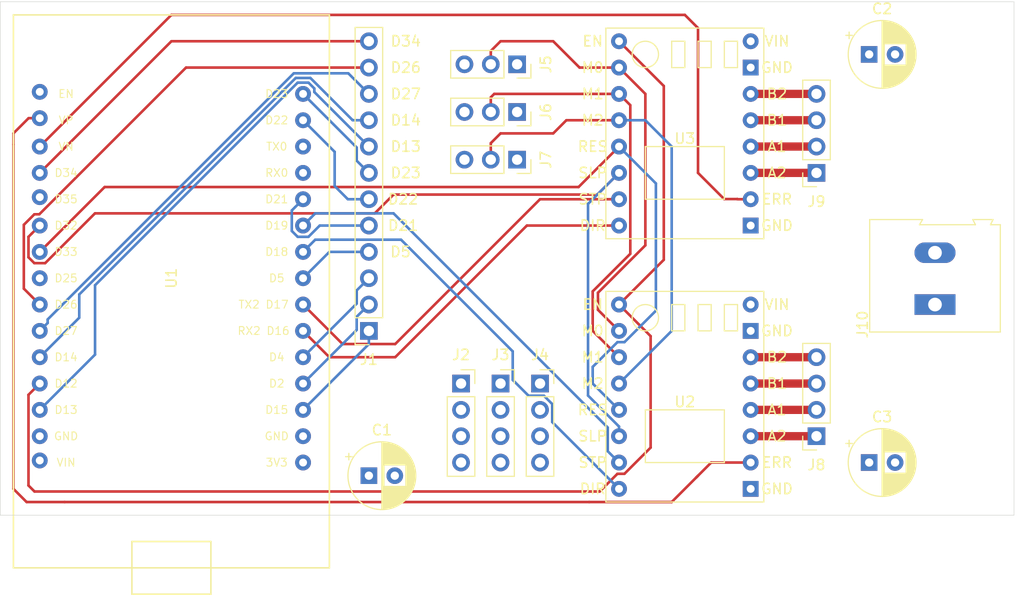
<source format=kicad_pcb>
(kicad_pcb (version 20171130) (host pcbnew 5.1.4+dfsg1-1)

  (general
    (thickness 1.6)
    (drawings 13)
    (tracks 175)
    (zones 0)
    (modules 16)
    (nets 42)
  )

  (page A4)
  (layers
    (0 F.Cu signal)
    (31 B.Cu signal)
    (32 B.Adhes user)
    (33 F.Adhes user)
    (34 B.Paste user)
    (35 F.Paste user)
    (36 B.SilkS user)
    (37 F.SilkS user)
    (38 B.Mask user)
    (39 F.Mask user)
    (40 Dwgs.User user)
    (41 Cmts.User user)
    (42 Eco1.User user)
    (43 Eco2.User user)
    (44 Edge.Cuts user)
    (45 Margin user)
    (46 B.CrtYd user)
    (47 F.CrtYd user)
    (48 B.Fab user)
    (49 F.Fab user)
  )

  (setup
    (last_trace_width 0.25)
    (trace_clearance 0.2)
    (zone_clearance 0.508)
    (zone_45_only no)
    (trace_min 0.2)
    (via_size 0.8)
    (via_drill 0.4)
    (via_min_size 0.4)
    (via_min_drill 0.3)
    (uvia_size 0.3)
    (uvia_drill 0.1)
    (uvias_allowed no)
    (uvia_min_size 0.2)
    (uvia_min_drill 0.1)
    (edge_width 0.05)
    (segment_width 0.2)
    (pcb_text_width 0.3)
    (pcb_text_size 1.5 1.5)
    (mod_edge_width 0.12)
    (mod_text_size 1 1)
    (mod_text_width 0.15)
    (pad_size 1.524 1.524)
    (pad_drill 0.762)
    (pad_to_mask_clearance 0.051)
    (solder_mask_min_width 0.25)
    (aux_axis_origin 0 0)
    (visible_elements FFFFEF7F)
    (pcbplotparams
      (layerselection 0x010fc_ffffffff)
      (usegerberextensions false)
      (usegerberattributes false)
      (usegerberadvancedattributes false)
      (creategerberjobfile false)
      (excludeedgelayer true)
      (linewidth 0.100000)
      (plotframeref false)
      (viasonmask false)
      (mode 1)
      (useauxorigin false)
      (hpglpennumber 1)
      (hpglpenspeed 20)
      (hpglpendiameter 15.000000)
      (psnegative false)
      (psa4output false)
      (plotreference true)
      (plotvalue true)
      (plotinvisibletext false)
      (padsonsilk false)
      (subtractmaskfromsilk false)
      (outputformat 1)
      (mirror false)
      (drillshape 1)
      (scaleselection 1)
      (outputdirectory ""))
  )

  (net 0 "")
  (net 1 GND)
  (net 2 3.3V)
  (net 3 "Net-(C2-Pad1)")
  (net 4 "Net-(J1-Pad12)")
  (net 5 "Net-(J1-Pad11)")
  (net 6 "Net-(J1-Pad10)")
  (net 7 "Net-(J1-Pad9)")
  (net 8 "Net-(J1-Pad8)")
  (net 9 "Net-(J1-Pad7)")
  (net 10 "Net-(J1-Pad6)")
  (net 11 "Net-(J1-Pad5)")
  (net 12 "Net-(J1-Pad4)")
  (net 13 "Net-(J1-Pad3)")
  (net 14 "Net-(J1-Pad2)")
  (net 15 "Net-(J1-Pad1)")
  (net 16 "Net-(J2-Pad1)")
  (net 17 "Net-(J5-Pad2)")
  (net 18 "Net-(J6-Pad2)")
  (net 19 "Net-(J7-Pad2)")
  (net 20 "Net-(J8-Pad4)")
  (net 21 "Net-(J8-Pad3)")
  (net 22 "Net-(J8-Pad2)")
  (net 23 "Net-(J8-Pad1)")
  (net 24 "Net-(J9-Pad4)")
  (net 25 "Net-(J9-Pad3)")
  (net 26 "Net-(J9-Pad2)")
  (net 27 "Net-(J9-Pad1)")
  (net 28 "Net-(U1-Pad27)")
  (net 29 "Net-(U1-Pad23)")
  (net 30 "Net-(U1-Pad22)")
  (net 31 "Net-(U1-Pad21)")
  (net 32 "Net-(U1-Pad20)")
  (net 33 "Net-(U1-Pad18)")
  (net 34 "Net-(U1-Pad17)")
  (net 35 "Net-(U1-Pad16)")
  (net 36 "Net-(U1-Pad13)")
  (net 37 "Net-(U1-Pad12)")
  (net 38 "Net-(U1-Pad10)")
  (net 39 "Net-(U1-Pad9)")
  (net 40 "Net-(U1-Pad7)")
  (net 41 "Net-(U1-Pad6)")

  (net_class Default "This is the default net class."
    (clearance 0.2)
    (trace_width 0.25)
    (via_dia 0.8)
    (via_drill 0.4)
    (uvia_dia 0.3)
    (uvia_drill 0.1)
    (add_net 3.3V)
    (add_net GND)
    (add_net "Net-(C2-Pad1)")
    (add_net "Net-(J1-Pad1)")
    (add_net "Net-(J1-Pad10)")
    (add_net "Net-(J1-Pad11)")
    (add_net "Net-(J1-Pad12)")
    (add_net "Net-(J1-Pad2)")
    (add_net "Net-(J1-Pad3)")
    (add_net "Net-(J1-Pad4)")
    (add_net "Net-(J1-Pad5)")
    (add_net "Net-(J1-Pad6)")
    (add_net "Net-(J1-Pad7)")
    (add_net "Net-(J1-Pad8)")
    (add_net "Net-(J1-Pad9)")
    (add_net "Net-(J2-Pad1)")
    (add_net "Net-(J5-Pad2)")
    (add_net "Net-(J6-Pad2)")
    (add_net "Net-(J7-Pad2)")
    (add_net "Net-(U1-Pad10)")
    (add_net "Net-(U1-Pad12)")
    (add_net "Net-(U1-Pad13)")
    (add_net "Net-(U1-Pad16)")
    (add_net "Net-(U1-Pad17)")
    (add_net "Net-(U1-Pad18)")
    (add_net "Net-(U1-Pad20)")
    (add_net "Net-(U1-Pad21)")
    (add_net "Net-(U1-Pad22)")
    (add_net "Net-(U1-Pad23)")
    (add_net "Net-(U1-Pad27)")
    (add_net "Net-(U1-Pad6)")
    (add_net "Net-(U1-Pad7)")
    (add_net "Net-(U1-Pad9)")
  )

  (net_class power ""
    (clearance 0.4)
    (trace_width 0.8)
    (via_dia 0.8)
    (via_drill 0.4)
    (uvia_dia 0.3)
    (uvia_drill 0.1)
    (add_net "Net-(J8-Pad1)")
    (add_net "Net-(J8-Pad2)")
    (add_net "Net-(J8-Pad3)")
    (add_net "Net-(J8-Pad4)")
    (add_net "Net-(J9-Pad1)")
    (add_net "Net-(J9-Pad2)")
    (add_net "Net-(J9-Pad3)")
    (add_net "Net-(J9-Pad4)")
  )

  (module esp32:DRV8825 (layer F.Cu) (tedit 5E1A23EB) (tstamp 5E1A4044)
    (at 116.84 115.57)
    (path /5E1A1C57)
    (fp_text reference U3 (at 0 0.5) (layer F.SilkS)
      (effects (font (size 1 1) (thickness 0.15)))
    )
    (fp_text value DRV8825 (at 0 -0.5) (layer F.Fab)
      (effects (font (size 1 1) (thickness 0.15)))
    )
    (fp_text user DIR (at -8.89 8.89) (layer F.SilkS)
      (effects (font (size 1 1) (thickness 0.15)))
    )
    (fp_text user STP (at -8.89 6.35) (layer F.SilkS)
      (effects (font (size 1 1) (thickness 0.15)))
    )
    (fp_text user SLP (at -8.89 3.81) (layer F.SilkS)
      (effects (font (size 1 1) (thickness 0.15)))
    )
    (fp_text user RES (at -8.89 1.27) (layer F.SilkS)
      (effects (font (size 1 1) (thickness 0.15)))
    )
    (fp_text user M2 (at -8.89 -1.27) (layer F.SilkS)
      (effects (font (size 1 1) (thickness 0.15)))
    )
    (fp_text user M1 (at -8.89 -3.81) (layer F.SilkS)
      (effects (font (size 1 1) (thickness 0.15)))
    )
    (fp_text user M0 (at -8.89 -6.35) (layer F.SilkS)
      (effects (font (size 1 1) (thickness 0.15)))
    )
    (fp_text user EN (at -8.89 -8.89) (layer F.SilkS)
      (effects (font (size 1 1) (thickness 0.15)))
    )
    (fp_text user GND (at 8.89 8.89) (layer F.SilkS)
      (effects (font (size 1 1) (thickness 0.15)))
    )
    (fp_text user ERR (at 8.89 6.35) (layer F.SilkS)
      (effects (font (size 1 1) (thickness 0.15)))
    )
    (fp_text user A2 (at 8.89 3.81) (layer F.SilkS)
      (effects (font (size 1 1) (thickness 0.15)))
    )
    (fp_text user A1 (at 8.89 1.27) (layer F.SilkS)
      (effects (font (size 1 1) (thickness 0.15)))
    )
    (fp_text user B1 (at 8.89 -1.27) (layer F.SilkS)
      (effects (font (size 1 1) (thickness 0.15)))
    )
    (fp_text user B2 (at 8.89 -3.81) (layer F.SilkS)
      (effects (font (size 1 1) (thickness 0.15)))
    )
    (fp_text user GND (at 8.89 -6.35) (layer F.SilkS)
      (effects (font (size 1 1) (thickness 0.15)))
    )
    (fp_text user VIN (at 8.89 -8.89) (layer F.SilkS)
      (effects (font (size 1 1) (thickness 0.15)))
    )
    (fp_line (start 3.81 -6.35) (end 3.81 -8.89) (layer F.SilkS) (width 0.12))
    (fp_line (start 5.08 -6.35) (end 3.81 -6.35) (layer F.SilkS) (width 0.12))
    (fp_line (start 5.08 -8.89) (end 5.08 -6.35) (layer F.SilkS) (width 0.12))
    (fp_line (start 3.81 -8.89) (end 5.08 -8.89) (layer F.SilkS) (width 0.12))
    (fp_line (start 2.54 -8.89) (end 1.27 -8.89) (layer F.SilkS) (width 0.12))
    (fp_line (start 2.54 -6.35) (end 2.54 -8.89) (layer F.SilkS) (width 0.12))
    (fp_line (start 1.27 -6.35) (end 2.54 -6.35) (layer F.SilkS) (width 0.12))
    (fp_line (start 1.27 -8.89) (end 1.27 -6.35) (layer F.SilkS) (width 0.12))
    (fp_line (start 0 -8.89) (end -1.27 -8.89) (layer F.SilkS) (width 0.12))
    (fp_line (start 0 -6.35) (end 0 -8.89) (layer F.SilkS) (width 0.12))
    (fp_line (start -1.27 -6.35) (end 0 -6.35) (layer F.SilkS) (width 0.12))
    (fp_line (start -1.27 -8.89) (end -1.27 -6.35) (layer F.SilkS) (width 0.12))
    (fp_circle (center -3.81 -7.62) (end -2.54 -7.62) (layer F.SilkS) (width 0.12))
    (fp_line (start 3.81 6.35) (end -3.81 6.35) (layer F.SilkS) (width 0.12))
    (fp_line (start 3.81 1.27) (end 3.81 6.35) (layer F.SilkS) (width 0.12))
    (fp_line (start -3.81 1.27) (end 3.81 1.27) (layer F.SilkS) (width 0.12))
    (fp_line (start -3.81 6.35) (end -3.81 1.27) (layer F.SilkS) (width 0.12))
    (fp_line (start -7.62 10.16) (end -7.62 -10.16) (layer F.SilkS) (width 0.12))
    (fp_line (start 7.62 10.16) (end -7.62 10.16) (layer F.SilkS) (width 0.12))
    (fp_line (start 7.62 -10.16) (end 7.62 10.16) (layer F.SilkS) (width 0.12))
    (fp_line (start -7.62 -10.16) (end 7.62 -10.16) (layer F.SilkS) (width 0.12))
    (pad 16 thru_hole circle (at 6.35 -8.89) (size 1.524 1.524) (drill 0.762) (layers *.Cu *.Mask)
      (net 3 "Net-(C2-Pad1)"))
    (pad 15 thru_hole rect (at 6.35 -6.35) (size 1.524 1.524) (drill 0.762) (layers *.Cu *.Mask)
      (net 1 GND))
    (pad 14 thru_hole circle (at 6.35 -3.81) (size 1.524 1.524) (drill 0.762) (layers *.Cu *.Mask)
      (net 24 "Net-(J9-Pad4)"))
    (pad 13 thru_hole circle (at 6.35 -1.27) (size 1.524 1.524) (drill 0.762) (layers *.Cu *.Mask)
      (net 25 "Net-(J9-Pad3)"))
    (pad 12 thru_hole circle (at 6.35 1.27) (size 1.524 1.524) (drill 0.762) (layers *.Cu *.Mask)
      (net 26 "Net-(J9-Pad2)"))
    (pad 11 thru_hole circle (at 6.35 3.81) (size 1.524 1.524) (drill 0.762) (layers *.Cu *.Mask)
      (net 27 "Net-(J9-Pad1)"))
    (pad 10 thru_hole circle (at 6.35 6.35) (size 1.524 1.524) (drill 0.762) (layers *.Cu *.Mask)
      (net 33 "Net-(U1-Pad18)"))
    (pad 9 thru_hole rect (at 6.35 8.89) (size 1.524 1.524) (drill 0.762) (layers *.Cu *.Mask)
      (net 1 GND))
    (pad 8 thru_hole circle (at -6.35 8.89) (size 1.524 1.524) (drill 0.762) (layers *.Cu *.Mask)
      (net 41 "Net-(U1-Pad6)"))
    (pad 7 thru_hole circle (at -6.35 6.35) (size 1.524 1.524) (drill 0.762) (layers *.Cu *.Mask)
      (net 40 "Net-(U1-Pad7)"))
    (pad 6 thru_hole circle (at -6.35 3.81) (size 1.524 1.524) (drill 0.762) (layers *.Cu *.Mask)
      (net 31 "Net-(U1-Pad21)"))
    (pad 5 thru_hole circle (at -6.35 1.27) (size 1.524 1.524) (drill 0.762) (layers *.Cu *.Mask)
      (net 30 "Net-(U1-Pad22)"))
    (pad 4 thru_hole circle (at -6.35 -1.27) (size 1.524 1.524) (drill 0.762) (layers *.Cu *.Mask)
      (net 19 "Net-(J7-Pad2)"))
    (pad 3 thru_hole circle (at -6.35 -3.81) (size 1.524 1.524) (drill 0.762) (layers *.Cu *.Mask)
      (net 18 "Net-(J6-Pad2)"))
    (pad 2 thru_hole circle (at -6.35 -6.35) (size 1.524 1.524) (drill 0.762) (layers *.Cu *.Mask)
      (net 17 "Net-(J5-Pad2)"))
    (pad 1 thru_hole circle (at -6.35 -8.89) (size 1.524 1.524) (drill 0.762) (layers *.Cu *.Mask)
      (net 28 "Net-(U1-Pad27)"))
  )

  (module esp32:DRV8825 (layer F.Cu) (tedit 5E1A23EB) (tstamp 5E1A3B5F)
    (at 116.84 140.97)
    (path /5E1A2A23)
    (fp_text reference U2 (at 0 0.5) (layer F.SilkS)
      (effects (font (size 1 1) (thickness 0.15)))
    )
    (fp_text value DRV8825 (at 0 -0.5) (layer F.Fab)
      (effects (font (size 1 1) (thickness 0.15)))
    )
    (fp_text user DIR (at -8.89 8.89) (layer F.SilkS)
      (effects (font (size 1 1) (thickness 0.15)))
    )
    (fp_text user STP (at -8.89 6.35) (layer F.SilkS)
      (effects (font (size 1 1) (thickness 0.15)))
    )
    (fp_text user SLP (at -8.89 3.81) (layer F.SilkS)
      (effects (font (size 1 1) (thickness 0.15)))
    )
    (fp_text user RES (at -8.89 1.27) (layer F.SilkS)
      (effects (font (size 1 1) (thickness 0.15)))
    )
    (fp_text user M2 (at -8.89 -1.27) (layer F.SilkS)
      (effects (font (size 1 1) (thickness 0.15)))
    )
    (fp_text user M1 (at -8.89 -3.81) (layer F.SilkS)
      (effects (font (size 1 1) (thickness 0.15)))
    )
    (fp_text user M0 (at -8.89 -6.35) (layer F.SilkS)
      (effects (font (size 1 1) (thickness 0.15)))
    )
    (fp_text user EN (at -8.89 -8.89) (layer F.SilkS)
      (effects (font (size 1 1) (thickness 0.15)))
    )
    (fp_text user GND (at 8.89 8.89) (layer F.SilkS)
      (effects (font (size 1 1) (thickness 0.15)))
    )
    (fp_text user ERR (at 8.89 6.35) (layer F.SilkS)
      (effects (font (size 1 1) (thickness 0.15)))
    )
    (fp_text user A2 (at 8.89 3.81) (layer F.SilkS)
      (effects (font (size 1 1) (thickness 0.15)))
    )
    (fp_text user A1 (at 8.89 1.27) (layer F.SilkS)
      (effects (font (size 1 1) (thickness 0.15)))
    )
    (fp_text user B1 (at 8.89 -1.27) (layer F.SilkS)
      (effects (font (size 1 1) (thickness 0.15)))
    )
    (fp_text user B2 (at 8.89 -3.81) (layer F.SilkS)
      (effects (font (size 1 1) (thickness 0.15)))
    )
    (fp_text user GND (at 8.89 -6.35) (layer F.SilkS)
      (effects (font (size 1 1) (thickness 0.15)))
    )
    (fp_text user VIN (at 8.89 -8.89) (layer F.SilkS)
      (effects (font (size 1 1) (thickness 0.15)))
    )
    (fp_line (start 3.81 -6.35) (end 3.81 -8.89) (layer F.SilkS) (width 0.12))
    (fp_line (start 5.08 -6.35) (end 3.81 -6.35) (layer F.SilkS) (width 0.12))
    (fp_line (start 5.08 -8.89) (end 5.08 -6.35) (layer F.SilkS) (width 0.12))
    (fp_line (start 3.81 -8.89) (end 5.08 -8.89) (layer F.SilkS) (width 0.12))
    (fp_line (start 2.54 -8.89) (end 1.27 -8.89) (layer F.SilkS) (width 0.12))
    (fp_line (start 2.54 -6.35) (end 2.54 -8.89) (layer F.SilkS) (width 0.12))
    (fp_line (start 1.27 -6.35) (end 2.54 -6.35) (layer F.SilkS) (width 0.12))
    (fp_line (start 1.27 -8.89) (end 1.27 -6.35) (layer F.SilkS) (width 0.12))
    (fp_line (start 0 -8.89) (end -1.27 -8.89) (layer F.SilkS) (width 0.12))
    (fp_line (start 0 -6.35) (end 0 -8.89) (layer F.SilkS) (width 0.12))
    (fp_line (start -1.27 -6.35) (end 0 -6.35) (layer F.SilkS) (width 0.12))
    (fp_line (start -1.27 -8.89) (end -1.27 -6.35) (layer F.SilkS) (width 0.12))
    (fp_circle (center -3.81 -7.62) (end -2.54 -7.62) (layer F.SilkS) (width 0.12))
    (fp_line (start 3.81 6.35) (end -3.81 6.35) (layer F.SilkS) (width 0.12))
    (fp_line (start 3.81 1.27) (end 3.81 6.35) (layer F.SilkS) (width 0.12))
    (fp_line (start -3.81 1.27) (end 3.81 1.27) (layer F.SilkS) (width 0.12))
    (fp_line (start -3.81 6.35) (end -3.81 1.27) (layer F.SilkS) (width 0.12))
    (fp_line (start -7.62 10.16) (end -7.62 -10.16) (layer F.SilkS) (width 0.12))
    (fp_line (start 7.62 10.16) (end -7.62 10.16) (layer F.SilkS) (width 0.12))
    (fp_line (start 7.62 -10.16) (end 7.62 10.16) (layer F.SilkS) (width 0.12))
    (fp_line (start -7.62 -10.16) (end 7.62 -10.16) (layer F.SilkS) (width 0.12))
    (pad 16 thru_hole circle (at 6.35 -8.89) (size 1.524 1.524) (drill 0.762) (layers *.Cu *.Mask)
      (net 3 "Net-(C2-Pad1)"))
    (pad 15 thru_hole rect (at 6.35 -6.35) (size 1.524 1.524) (drill 0.762) (layers *.Cu *.Mask)
      (net 1 GND))
    (pad 14 thru_hole circle (at 6.35 -3.81) (size 1.524 1.524) (drill 0.762) (layers *.Cu *.Mask)
      (net 20 "Net-(J8-Pad4)"))
    (pad 13 thru_hole circle (at 6.35 -1.27) (size 1.524 1.524) (drill 0.762) (layers *.Cu *.Mask)
      (net 21 "Net-(J8-Pad3)"))
    (pad 12 thru_hole circle (at 6.35 1.27) (size 1.524 1.524) (drill 0.762) (layers *.Cu *.Mask)
      (net 22 "Net-(J8-Pad2)"))
    (pad 11 thru_hole circle (at 6.35 3.81) (size 1.524 1.524) (drill 0.762) (layers *.Cu *.Mask)
      (net 23 "Net-(J8-Pad1)"))
    (pad 10 thru_hole circle (at 6.35 6.35) (size 1.524 1.524) (drill 0.762) (layers *.Cu *.Mask)
      (net 34 "Net-(U1-Pad17)"))
    (pad 9 thru_hole rect (at 6.35 8.89) (size 1.524 1.524) (drill 0.762) (layers *.Cu *.Mask)
      (net 1 GND))
    (pad 8 thru_hole circle (at -6.35 8.89) (size 1.524 1.524) (drill 0.762) (layers *.Cu *.Mask)
      (net 39 "Net-(U1-Pad9)"))
    (pad 7 thru_hole circle (at -6.35 6.35) (size 1.524 1.524) (drill 0.762) (layers *.Cu *.Mask)
      (net 38 "Net-(U1-Pad10)"))
    (pad 6 thru_hole circle (at -6.35 3.81) (size 1.524 1.524) (drill 0.762) (layers *.Cu *.Mask)
      (net 31 "Net-(U1-Pad21)"))
    (pad 5 thru_hole circle (at -6.35 1.27) (size 1.524 1.524) (drill 0.762) (layers *.Cu *.Mask)
      (net 30 "Net-(U1-Pad22)"))
    (pad 4 thru_hole circle (at -6.35 -1.27) (size 1.524 1.524) (drill 0.762) (layers *.Cu *.Mask)
      (net 19 "Net-(J7-Pad2)"))
    (pad 3 thru_hole circle (at -6.35 -3.81) (size 1.524 1.524) (drill 0.762) (layers *.Cu *.Mask)
      (net 18 "Net-(J6-Pad2)"))
    (pad 2 thru_hole circle (at -6.35 -6.35) (size 1.524 1.524) (drill 0.762) (layers *.Cu *.Mask)
      (net 17 "Net-(J5-Pad2)"))
    (pad 1 thru_hole circle (at -6.35 -8.89) (size 1.524 1.524) (drill 0.762) (layers *.Cu *.Mask)
      (net 28 "Net-(U1-Pad27)"))
  )

  (module esp32:ESP32-Dev-Board (layer F.Cu) (tedit 5D1A6A6B) (tstamp 5E1A3B26)
    (at 67.31 129.54 90)
    (path /5E19F2C6)
    (fp_text reference U1 (at 0 0 90) (layer F.SilkS)
      (effects (font (size 1 1) (thickness 0.15)))
    )
    (fp_text value ESP32 (at 0 2.54 90) (layer F.Fab)
      (effects (font (size 1 1) (thickness 0.15)))
    )
    (fp_text user D15 (at -12.7 10.16) (layer F.SilkS)
      (effects (font (size 0.762 0.762) (thickness 0.1016)))
    )
    (fp_text user "TX2 D17" (at -2.54 8.89) (layer F.SilkS)
      (effects (font (size 0.762 0.762) (thickness 0.1016)))
    )
    (fp_text user 3V3 (at -17.78 10.16) (layer F.SilkS)
      (effects (font (size 0.762 0.762) (thickness 0.1016)))
    )
    (fp_text user D5 (at 0 10.16) (layer F.SilkS)
      (effects (font (size 0.762 0.762) (thickness 0.1016)))
    )
    (fp_text user TX0 (at 12.7 10.16) (layer F.SilkS)
      (effects (font (size 0.762 0.762) (thickness 0.1016)))
    )
    (fp_text user GND (at -15.24 10.16) (layer F.SilkS)
      (effects (font (size 0.762 0.762) (thickness 0.1016)))
    )
    (fp_text user D22 (at 15.24 10.16) (layer F.SilkS)
      (effects (font (size 0.762 0.762) (thickness 0.1016)))
    )
    (fp_text user D21 (at 7.62 10.16) (layer F.SilkS)
      (effects (font (size 0.762 0.762) (thickness 0.1016)))
    )
    (fp_text user D4 (at -7.62 10.16) (layer F.SilkS)
      (effects (font (size 0.762 0.762) (thickness 0.1016)))
    )
    (fp_text user D18 (at 2.54 10.16) (layer F.SilkS)
      (effects (font (size 0.762 0.762) (thickness 0.1016)))
    )
    (fp_text user D19 (at 5.08 10.16) (layer F.SilkS)
      (effects (font (size 0.762 0.762) (thickness 0.1016)))
    )
    (fp_text user D2 (at -10.16 10.16) (layer F.SilkS)
      (effects (font (size 0.762 0.762) (thickness 0.1016)))
    )
    (fp_text user D23 (at 17.78 10.16) (layer F.SilkS)
      (effects (font (size 0.762 0.762) (thickness 0.1016)))
    )
    (fp_text user "RX2 D16" (at -5.08 8.89) (layer F.SilkS)
      (effects (font (size 0.762 0.762) (thickness 0.1016)))
    )
    (fp_text user RX0 (at 10.16 10.16) (layer F.SilkS)
      (effects (font (size 0.762 0.762) (thickness 0.1016)))
    )
    (fp_text user EN (at 17.78 -10.16) (layer F.SilkS)
      (effects (font (size 0.762 0.762) (thickness 0.1016)))
    )
    (fp_text user VP (at 15.24 -10.16) (layer F.SilkS)
      (effects (font (size 0.762 0.762) (thickness 0.1016)))
    )
    (fp_text user VN (at 12.7 -10.16) (layer F.SilkS)
      (effects (font (size 0.762 0.762) (thickness 0.1016)))
    )
    (fp_text user D34 (at 10.16 -10.16) (layer F.SilkS)
      (effects (font (size 0.762 0.762) (thickness 0.1016)))
    )
    (fp_text user D35 (at 7.62 -10.16) (layer F.SilkS)
      (effects (font (size 0.762 0.762) (thickness 0.1016)))
    )
    (fp_text user D32 (at 5.08 -10.16) (layer F.SilkS)
      (effects (font (size 0.762 0.762) (thickness 0.1016)))
    )
    (fp_text user D33 (at 2.54 -10.16) (layer F.SilkS)
      (effects (font (size 0.762 0.762) (thickness 0.1016)))
    )
    (fp_text user D25 (at 0 -10.16) (layer F.SilkS)
      (effects (font (size 0.762 0.762) (thickness 0.1016)))
    )
    (fp_text user D26 (at -2.54 -10.16) (layer F.SilkS)
      (effects (font (size 0.762 0.762) (thickness 0.1016)))
    )
    (fp_text user D27 (at -5.08 -10.16) (layer F.SilkS)
      (effects (font (size 0.762 0.762) (thickness 0.1016)))
    )
    (fp_text user D14 (at -7.62 -10.16) (layer F.SilkS)
      (effects (font (size 0.762 0.762) (thickness 0.1016)))
    )
    (fp_text user D12 (at -10.16 -10.16) (layer F.SilkS)
      (effects (font (size 0.762 0.762) (thickness 0.1016)))
    )
    (fp_text user D13 (at -12.7 -10.16) (layer F.SilkS)
      (effects (font (size 0.762 0.762) (thickness 0.1016)))
    )
    (fp_text user GND (at -15.24 -10.16) (layer F.SilkS)
      (effects (font (size 0.762 0.762) (thickness 0.1016)))
    )
    (fp_text user VIN (at -17.78 -10.16) (layer F.SilkS)
      (effects (font (size 0.762 0.762) (thickness 0.1016)))
    )
    (fp_line (start -30.48 3.81) (end -30.48 -3.81) (layer F.SilkS) (width 0.15))
    (fp_line (start -25.4 3.81) (end -30.48 3.81) (layer F.SilkS) (width 0.15))
    (fp_line (start -25.4 -3.81) (end -25.4 3.81) (layer F.SilkS) (width 0.15))
    (fp_line (start -30.48 -3.81) (end -25.4 -3.81) (layer F.SilkS) (width 0.15))
    (fp_line (start -27.94 15.24) (end 25.4 15.24) (layer F.SilkS) (width 0.15))
    (fp_line (start -27.94 -15.24) (end -27.94 15.24) (layer F.SilkS) (width 0.15))
    (fp_line (start 25.4 -15.24) (end -27.94 -15.24) (layer F.SilkS) (width 0.15))
    (fp_line (start 25.4 15.24) (end 25.4 -15.24) (layer F.SilkS) (width 0.15))
    (pad 30 thru_hole circle (at -17.58113 -12.7 90) (size 1.524 1.524) (drill 0.762) (layers *.Cu *.Mask)
      (net 16 "Net-(J2-Pad1)"))
    (pad 29 thru_hole circle (at -15.24 -12.7 90) (size 1.524 1.524) (drill 0.762) (layers *.Cu *.Mask)
      (net 1 GND))
    (pad 28 thru_hole circle (at -12.7 -12.7 90) (size 1.524 1.524) (drill 0.762) (layers *.Cu *.Mask)
      (net 8 "Net-(J1-Pad8)"))
    (pad 27 thru_hole circle (at -10.16 -12.7 90) (size 1.524 1.524) (drill 0.762) (layers *.Cu *.Mask)
      (net 28 "Net-(U1-Pad27)"))
    (pad 26 thru_hole circle (at -7.62 -12.7 90) (size 1.524 1.524) (drill 0.762) (layers *.Cu *.Mask)
      (net 7 "Net-(J1-Pad9)"))
    (pad 25 thru_hole circle (at -5.08 -12.7 90) (size 1.524 1.524) (drill 0.762) (layers *.Cu *.Mask)
      (net 6 "Net-(J1-Pad10)"))
    (pad 24 thru_hole circle (at -2.54 -12.7 90) (size 1.524 1.524) (drill 0.762) (layers *.Cu *.Mask)
      (net 5 "Net-(J1-Pad11)"))
    (pad 23 thru_hole circle (at 0 -12.7 90) (size 1.524 1.524) (drill 0.762) (layers *.Cu *.Mask)
      (net 29 "Net-(U1-Pad23)"))
    (pad 22 thru_hole circle (at 2.54 -12.7 90) (size 1.524 1.524) (drill 0.762) (layers *.Cu *.Mask)
      (net 30 "Net-(U1-Pad22)"))
    (pad 21 thru_hole circle (at 5.08 -12.7 90) (size 1.524 1.524) (drill 0.762) (layers *.Cu *.Mask)
      (net 31 "Net-(U1-Pad21)"))
    (pad 20 thru_hole circle (at 7.81887 -12.7 90) (size 1.524 1.524) (drill 0.762) (layers *.Cu *.Mask)
      (net 32 "Net-(U1-Pad20)"))
    (pad 19 thru_hole circle (at 10.16 -12.7 90) (size 1.524 1.524) (drill 0.762) (layers *.Cu *.Mask)
      (net 4 "Net-(J1-Pad12)"))
    (pad 18 thru_hole circle (at 12.7 -12.7 90) (size 1.524 1.524) (drill 0.762) (layers *.Cu *.Mask)
      (net 33 "Net-(U1-Pad18)"))
    (pad 17 thru_hole circle (at 15.43887 -12.7 90) (size 1.524 1.524) (drill 0.762) (layers *.Cu *.Mask)
      (net 34 "Net-(U1-Pad17)"))
    (pad 16 thru_hole circle (at 17.97887 -12.7 90) (size 1.524 1.524) (drill 0.762) (layers *.Cu *.Mask)
      (net 35 "Net-(U1-Pad16)"))
    (pad 15 thru_hole circle (at 17.78 12.7 90) (size 1.524 1.524) (drill 0.762) (layers *.Cu *.Mask)
      (net 9 "Net-(J1-Pad7)"))
    (pad 14 thru_hole circle (at 15.24 12.7 90) (size 1.524 1.524) (drill 0.762) (layers *.Cu *.Mask)
      (net 10 "Net-(J1-Pad6)"))
    (pad 13 thru_hole circle (at 12.7 12.7 90) (size 1.524 1.524) (drill 0.762) (layers *.Cu *.Mask)
      (net 36 "Net-(U1-Pad13)"))
    (pad 12 thru_hole circle (at 10.16 12.7 90) (size 1.524 1.524) (drill 0.762) (layers *.Cu *.Mask)
      (net 37 "Net-(U1-Pad12)"))
    (pad 11 thru_hole circle (at 7.62 12.7 90) (size 1.524 1.524) (drill 0.762) (layers *.Cu *.Mask)
      (net 11 "Net-(J1-Pad5)"))
    (pad 10 thru_hole circle (at 5.08 12.7 90) (size 1.524 1.524) (drill 0.762) (layers *.Cu *.Mask)
      (net 38 "Net-(U1-Pad10)"))
    (pad 9 thru_hole circle (at 2.54 12.7 90) (size 1.524 1.524) (drill 0.762) (layers *.Cu *.Mask)
      (net 39 "Net-(U1-Pad9)"))
    (pad 8 thru_hole circle (at 0 12.7 90) (size 1.524 1.524) (drill 0.762) (layers *.Cu *.Mask)
      (net 12 "Net-(J1-Pad4)"))
    (pad 7 thru_hole circle (at -2.54 12.7 90) (size 1.524 1.524) (drill 0.762) (layers *.Cu *.Mask)
      (net 40 "Net-(U1-Pad7)"))
    (pad 6 thru_hole circle (at -5.08 12.7 90) (size 1.524 1.524) (drill 0.762) (layers *.Cu *.Mask)
      (net 41 "Net-(U1-Pad6)"))
    (pad 5 thru_hole circle (at -7.62 12.7 90) (size 1.524 1.524) (drill 0.762) (layers *.Cu *.Mask)
      (net 13 "Net-(J1-Pad3)"))
    (pad 4 thru_hole circle (at -10.16 12.7 90) (size 1.524 1.524) (drill 0.762) (layers *.Cu *.Mask)
      (net 14 "Net-(J1-Pad2)"))
    (pad 3 thru_hole circle (at -12.7 12.7 90) (size 1.524 1.524) (drill 0.762) (layers *.Cu *.Mask)
      (net 15 "Net-(J1-Pad1)"))
    (pad 2 thru_hole circle (at -15.24 12.7 90) (size 1.524 1.524) (drill 0.762) (layers *.Cu *.Mask)
      (net 1 GND))
    (pad 1 thru_hole circle (at -17.78 12.7 90) (size 1.524 1.524) (drill 0.762) (layers *.Cu *.Mask)
      (net 2 3.3V))
  )

  (module TerminalBlock:TerminalBlock_Altech_AK300-2_P5.00mm (layer F.Cu) (tedit 59FF0306) (tstamp 5E1A3ADE)
    (at 140.97 132.08 90)
    (descr "Altech AK300 terminal block, pitch 5.0mm, 45 degree angled, see http://www.mouser.com/ds/2/16/PCBMETRC-24178.pdf")
    (tags "Altech AK300 terminal block pitch 5.0mm")
    (path /5E1DAA45)
    (fp_text reference J10 (at -1.92 -6.99 90) (layer F.SilkS)
      (effects (font (size 1 1) (thickness 0.15)))
    )
    (fp_text value Screw_Terminal_01x02 (at 2.78 7.75 90) (layer F.Fab)
      (effects (font (size 1 1) (thickness 0.15)))
    )
    (fp_arc (start -1.13 -4.65) (end -1.42 -4.13) (angle 104.2) (layer F.Fab) (width 0.1))
    (fp_arc (start -0.01 -3.71) (end -1.62 -5) (angle 100) (layer F.Fab) (width 0.1))
    (fp_arc (start 0.06 -6.07) (end 1.53 -4.12) (angle 75.5) (layer F.Fab) (width 0.1))
    (fp_arc (start 1.03 -4.59) (end 1.53 -5.05) (angle 90.5) (layer F.Fab) (width 0.1))
    (fp_arc (start 3.87 -4.65) (end 3.58 -4.13) (angle 104.2) (layer F.Fab) (width 0.1))
    (fp_arc (start 4.99 -3.71) (end 3.39 -5) (angle 100) (layer F.Fab) (width 0.1))
    (fp_arc (start 5.07 -6.07) (end 6.53 -4.12) (angle 75.5) (layer F.Fab) (width 0.1))
    (fp_arc (start 6.03 -4.59) (end 6.54 -5.05) (angle 90.5) (layer F.Fab) (width 0.1))
    (fp_line (start 8.36 6.47) (end -2.83 6.47) (layer F.CrtYd) (width 0.05))
    (fp_line (start 8.36 6.47) (end 8.36 -6.47) (layer F.CrtYd) (width 0.05))
    (fp_line (start -2.83 -6.47) (end -2.83 6.47) (layer F.CrtYd) (width 0.05))
    (fp_line (start -2.83 -6.47) (end 8.36 -6.47) (layer F.CrtYd) (width 0.05))
    (fp_line (start 3.36 -0.25) (end 6.67 -0.25) (layer F.Fab) (width 0.1))
    (fp_line (start 2.98 -0.25) (end 3.36 -0.25) (layer F.Fab) (width 0.1))
    (fp_line (start 7.05 -0.25) (end 6.67 -0.25) (layer F.Fab) (width 0.1))
    (fp_line (start 6.67 -0.64) (end 3.36 -0.64) (layer F.Fab) (width 0.1))
    (fp_line (start 7.61 -0.64) (end 6.67 -0.64) (layer F.Fab) (width 0.1))
    (fp_line (start 1.66 -0.64) (end 3.36 -0.64) (layer F.Fab) (width 0.1))
    (fp_line (start -1.64 -0.64) (end 1.66 -0.64) (layer F.Fab) (width 0.1))
    (fp_line (start -2.58 -0.64) (end -1.64 -0.64) (layer F.Fab) (width 0.1))
    (fp_line (start 1.66 -0.25) (end -1.64 -0.25) (layer F.Fab) (width 0.1))
    (fp_line (start 2.04 -0.25) (end 1.66 -0.25) (layer F.Fab) (width 0.1))
    (fp_line (start -2.02 -0.25) (end -1.64 -0.25) (layer F.Fab) (width 0.1))
    (fp_line (start -1.49 -4.32) (end 1.56 -4.95) (layer F.Fab) (width 0.1))
    (fp_line (start -1.62 -4.45) (end 1.44 -5.08) (layer F.Fab) (width 0.1))
    (fp_line (start 3.52 -4.32) (end 6.56 -4.95) (layer F.Fab) (width 0.1))
    (fp_line (start 3.39 -4.45) (end 6.44 -5.08) (layer F.Fab) (width 0.1))
    (fp_line (start 2.04 -5.97) (end -2.02 -5.97) (layer F.Fab) (width 0.1))
    (fp_line (start -2.02 -3.43) (end -2.02 -5.97) (layer F.Fab) (width 0.1))
    (fp_line (start 2.04 -3.43) (end -2.02 -3.43) (layer F.Fab) (width 0.1))
    (fp_line (start 2.04 -3.43) (end 2.04 -5.97) (layer F.Fab) (width 0.1))
    (fp_line (start 7.05 -3.43) (end 2.98 -3.43) (layer F.Fab) (width 0.1))
    (fp_line (start 7.05 -5.97) (end 7.05 -3.43) (layer F.Fab) (width 0.1))
    (fp_line (start 2.98 -5.97) (end 7.05 -5.97) (layer F.Fab) (width 0.1))
    (fp_line (start 2.98 -3.43) (end 2.98 -5.97) (layer F.Fab) (width 0.1))
    (fp_line (start 7.61 -3.17) (end 7.61 -1.65) (layer F.Fab) (width 0.1))
    (fp_line (start -2.58 -3.17) (end -2.58 -6.22) (layer F.Fab) (width 0.1))
    (fp_line (start -2.58 -3.17) (end 7.61 -3.17) (layer F.Fab) (width 0.1))
    (fp_line (start 7.61 -0.64) (end 7.61 4.06) (layer F.Fab) (width 0.1))
    (fp_line (start 7.61 -1.65) (end 7.61 -0.64) (layer F.Fab) (width 0.1))
    (fp_line (start -2.58 -0.64) (end -2.58 -3.17) (layer F.Fab) (width 0.1))
    (fp_line (start -2.58 6.22) (end -2.58 -0.64) (layer F.Fab) (width 0.1))
    (fp_line (start 6.67 0.51) (end 6.28 0.51) (layer F.Fab) (width 0.1))
    (fp_line (start 3.36 0.51) (end 3.74 0.51) (layer F.Fab) (width 0.1))
    (fp_line (start 1.66 0.51) (end 1.28 0.51) (layer F.Fab) (width 0.1))
    (fp_line (start -1.64 0.51) (end -1.26 0.51) (layer F.Fab) (width 0.1))
    (fp_line (start -1.64 3.68) (end -1.64 0.51) (layer F.Fab) (width 0.1))
    (fp_line (start 1.66 3.68) (end -1.64 3.68) (layer F.Fab) (width 0.1))
    (fp_line (start 1.66 3.68) (end 1.66 0.51) (layer F.Fab) (width 0.1))
    (fp_line (start 3.36 3.68) (end 3.36 0.51) (layer F.Fab) (width 0.1))
    (fp_line (start 6.67 3.68) (end 3.36 3.68) (layer F.Fab) (width 0.1))
    (fp_line (start 6.67 3.68) (end 6.67 0.51) (layer F.Fab) (width 0.1))
    (fp_line (start -2.02 4.32) (end -2.02 6.22) (layer F.Fab) (width 0.1))
    (fp_line (start 2.04 4.32) (end 2.04 -0.25) (layer F.Fab) (width 0.1))
    (fp_line (start 2.04 4.32) (end -2.02 4.32) (layer F.Fab) (width 0.1))
    (fp_line (start 7.05 4.32) (end 7.05 6.22) (layer F.Fab) (width 0.1))
    (fp_line (start 2.98 4.32) (end 2.98 -0.25) (layer F.Fab) (width 0.1))
    (fp_line (start 2.98 4.32) (end 7.05 4.32) (layer F.Fab) (width 0.1))
    (fp_line (start -2.02 6.22) (end 2.04 6.22) (layer F.Fab) (width 0.1))
    (fp_line (start -2.58 6.22) (end -2.02 6.22) (layer F.Fab) (width 0.1))
    (fp_line (start -2.02 -0.25) (end -2.02 4.32) (layer F.Fab) (width 0.1))
    (fp_line (start 2.04 6.22) (end 2.98 6.22) (layer F.Fab) (width 0.1))
    (fp_line (start 2.04 6.22) (end 2.04 4.32) (layer F.Fab) (width 0.1))
    (fp_line (start 7.05 6.22) (end 7.61 6.22) (layer F.Fab) (width 0.1))
    (fp_line (start 2.98 6.22) (end 7.05 6.22) (layer F.Fab) (width 0.1))
    (fp_line (start 7.05 -0.25) (end 7.05 4.32) (layer F.Fab) (width 0.1))
    (fp_line (start 2.98 6.22) (end 2.98 4.32) (layer F.Fab) (width 0.1))
    (fp_line (start 8.11 3.81) (end 8.11 5.46) (layer F.Fab) (width 0.1))
    (fp_line (start 7.61 4.06) (end 7.61 5.21) (layer F.Fab) (width 0.1))
    (fp_line (start 8.11 3.81) (end 7.61 4.06) (layer F.Fab) (width 0.1))
    (fp_line (start 7.61 5.21) (end 7.61 6.22) (layer F.Fab) (width 0.1))
    (fp_line (start 8.11 5.46) (end 7.61 5.21) (layer F.Fab) (width 0.1))
    (fp_line (start 8.11 -1.4) (end 7.61 -1.65) (layer F.Fab) (width 0.1))
    (fp_line (start 8.11 -6.22) (end 8.11 -1.4) (layer F.Fab) (width 0.1))
    (fp_line (start 7.61 -6.22) (end 8.11 -6.22) (layer F.Fab) (width 0.1))
    (fp_line (start 7.61 -6.22) (end -2.58 -6.22) (layer F.Fab) (width 0.1))
    (fp_line (start 7.61 -6.22) (end 7.61 -3.17) (layer F.Fab) (width 0.1))
    (fp_line (start 3.74 2.54) (end 3.74 -0.25) (layer F.Fab) (width 0.1))
    (fp_line (start 3.74 -0.25) (end 6.28 -0.25) (layer F.Fab) (width 0.1))
    (fp_line (start 6.28 2.54) (end 6.28 -0.25) (layer F.Fab) (width 0.1))
    (fp_line (start 3.74 2.54) (end 6.28 2.54) (layer F.Fab) (width 0.1))
    (fp_line (start -1.26 2.54) (end -1.26 -0.25) (layer F.Fab) (width 0.1))
    (fp_line (start -1.26 -0.25) (end 1.28 -0.25) (layer F.Fab) (width 0.1))
    (fp_line (start 1.28 2.54) (end 1.28 -0.25) (layer F.Fab) (width 0.1))
    (fp_line (start -1.26 2.54) (end 1.28 2.54) (layer F.Fab) (width 0.1))
    (fp_line (start 8.2 -6.3) (end -2.65 -6.3) (layer F.SilkS) (width 0.12))
    (fp_line (start 8.2 -1.2) (end 8.2 -6.3) (layer F.SilkS) (width 0.12))
    (fp_line (start 7.7 -1.5) (end 8.2 -1.2) (layer F.SilkS) (width 0.12))
    (fp_line (start 7.7 3.9) (end 7.7 -1.5) (layer F.SilkS) (width 0.12))
    (fp_line (start 8.2 3.65) (end 7.7 3.9) (layer F.SilkS) (width 0.12))
    (fp_line (start 8.2 3.7) (end 8.2 3.65) (layer F.SilkS) (width 0.12))
    (fp_line (start 8.2 5.6) (end 8.2 3.7) (layer F.SilkS) (width 0.12))
    (fp_line (start 7.7 5.35) (end 8.2 5.6) (layer F.SilkS) (width 0.12))
    (fp_line (start 7.7 6.3) (end 7.7 5.35) (layer F.SilkS) (width 0.12))
    (fp_line (start -2.65 6.3) (end 7.7 6.3) (layer F.SilkS) (width 0.12))
    (fp_line (start -2.65 -6.3) (end -2.65 6.3) (layer F.SilkS) (width 0.12))
    (fp_text user %R (at 2.5 -2 90) (layer F.Fab)
      (effects (font (size 1 1) (thickness 0.15)))
    )
    (pad 2 thru_hole oval (at 5 0 90) (size 1.98 3.96) (drill 1.32) (layers *.Cu *.Mask)
      (net 3 "Net-(C2-Pad1)"))
    (pad 1 thru_hole rect (at 0 0 90) (size 1.98 3.96) (drill 1.32) (layers *.Cu *.Mask)
      (net 1 GND))
    (model ${KISYS3DMOD}/TerminalBlock.3dshapes/TerminalBlock_Altech_AK300-2_P5.00mm.wrl
      (at (xyz 0 0 0))
      (scale (xyz 1 1 1))
      (rotate (xyz 0 0 0))
    )
  )

  (module Connector_PinSocket_2.54mm:PinSocket_1x04_P2.54mm_Vertical (layer F.Cu) (tedit 5A19A429) (tstamp 5E1A4280)
    (at 129.54 119.38 180)
    (descr "Through hole straight socket strip, 1x04, 2.54mm pitch, single row (from Kicad 4.0.7), script generated")
    (tags "Through hole socket strip THT 1x04 2.54mm single row")
    (path /5E1D9CC6)
    (fp_text reference J9 (at 0 -2.77) (layer F.SilkS)
      (effects (font (size 1 1) (thickness 0.15)))
    )
    (fp_text value MotorRight (at 0 10.39) (layer F.Fab)
      (effects (font (size 1 1) (thickness 0.15)))
    )
    (fp_text user %R (at 0 3.81 90) (layer F.Fab)
      (effects (font (size 1 1) (thickness 0.15)))
    )
    (fp_line (start -1.8 9.4) (end -1.8 -1.8) (layer F.CrtYd) (width 0.05))
    (fp_line (start 1.75 9.4) (end -1.8 9.4) (layer F.CrtYd) (width 0.05))
    (fp_line (start 1.75 -1.8) (end 1.75 9.4) (layer F.CrtYd) (width 0.05))
    (fp_line (start -1.8 -1.8) (end 1.75 -1.8) (layer F.CrtYd) (width 0.05))
    (fp_line (start 0 -1.33) (end 1.33 -1.33) (layer F.SilkS) (width 0.12))
    (fp_line (start 1.33 -1.33) (end 1.33 0) (layer F.SilkS) (width 0.12))
    (fp_line (start 1.33 1.27) (end 1.33 8.95) (layer F.SilkS) (width 0.12))
    (fp_line (start -1.33 8.95) (end 1.33 8.95) (layer F.SilkS) (width 0.12))
    (fp_line (start -1.33 1.27) (end -1.33 8.95) (layer F.SilkS) (width 0.12))
    (fp_line (start -1.33 1.27) (end 1.33 1.27) (layer F.SilkS) (width 0.12))
    (fp_line (start -1.27 8.89) (end -1.27 -1.27) (layer F.Fab) (width 0.1))
    (fp_line (start 1.27 8.89) (end -1.27 8.89) (layer F.Fab) (width 0.1))
    (fp_line (start 1.27 -0.635) (end 1.27 8.89) (layer F.Fab) (width 0.1))
    (fp_line (start 0.635 -1.27) (end 1.27 -0.635) (layer F.Fab) (width 0.1))
    (fp_line (start -1.27 -1.27) (end 0.635 -1.27) (layer F.Fab) (width 0.1))
    (pad 4 thru_hole oval (at 0 7.62 180) (size 1.7 1.7) (drill 1) (layers *.Cu *.Mask)
      (net 24 "Net-(J9-Pad4)"))
    (pad 3 thru_hole oval (at 0 5.08 180) (size 1.7 1.7) (drill 1) (layers *.Cu *.Mask)
      (net 25 "Net-(J9-Pad3)"))
    (pad 2 thru_hole oval (at 0 2.54 180) (size 1.7 1.7) (drill 1) (layers *.Cu *.Mask)
      (net 26 "Net-(J9-Pad2)"))
    (pad 1 thru_hole rect (at 0 0 180) (size 1.7 1.7) (drill 1) (layers *.Cu *.Mask)
      (net 27 "Net-(J9-Pad1)"))
    (model ${KISYS3DMOD}/Connector_PinSocket_2.54mm.3dshapes/PinSocket_1x04_P2.54mm_Vertical.wrl
      (at (xyz 0 0 0))
      (scale (xyz 1 1 1))
      (rotate (xyz 0 0 0))
    )
  )

  (module Connector_PinSocket_2.54mm:PinSocket_1x04_P2.54mm_Vertical (layer F.Cu) (tedit 5A19A429) (tstamp 5E1A3A5F)
    (at 129.54 144.78 180)
    (descr "Through hole straight socket strip, 1x04, 2.54mm pitch, single row (from Kicad 4.0.7), script generated")
    (tags "Through hole socket strip THT 1x04 2.54mm single row")
    (path /5E1CF712)
    (fp_text reference J8 (at 0 -2.77) (layer F.SilkS)
      (effects (font (size 1 1) (thickness 0.15)))
    )
    (fp_text value MotorLeft (at 0 10.39) (layer F.Fab)
      (effects (font (size 1 1) (thickness 0.15)))
    )
    (fp_text user %R (at 0 3.81 90) (layer F.Fab)
      (effects (font (size 1 1) (thickness 0.15)))
    )
    (fp_line (start -1.8 9.4) (end -1.8 -1.8) (layer F.CrtYd) (width 0.05))
    (fp_line (start 1.75 9.4) (end -1.8 9.4) (layer F.CrtYd) (width 0.05))
    (fp_line (start 1.75 -1.8) (end 1.75 9.4) (layer F.CrtYd) (width 0.05))
    (fp_line (start -1.8 -1.8) (end 1.75 -1.8) (layer F.CrtYd) (width 0.05))
    (fp_line (start 0 -1.33) (end 1.33 -1.33) (layer F.SilkS) (width 0.12))
    (fp_line (start 1.33 -1.33) (end 1.33 0) (layer F.SilkS) (width 0.12))
    (fp_line (start 1.33 1.27) (end 1.33 8.95) (layer F.SilkS) (width 0.12))
    (fp_line (start -1.33 8.95) (end 1.33 8.95) (layer F.SilkS) (width 0.12))
    (fp_line (start -1.33 1.27) (end -1.33 8.95) (layer F.SilkS) (width 0.12))
    (fp_line (start -1.33 1.27) (end 1.33 1.27) (layer F.SilkS) (width 0.12))
    (fp_line (start -1.27 8.89) (end -1.27 -1.27) (layer F.Fab) (width 0.1))
    (fp_line (start 1.27 8.89) (end -1.27 8.89) (layer F.Fab) (width 0.1))
    (fp_line (start 1.27 -0.635) (end 1.27 8.89) (layer F.Fab) (width 0.1))
    (fp_line (start 0.635 -1.27) (end 1.27 -0.635) (layer F.Fab) (width 0.1))
    (fp_line (start -1.27 -1.27) (end 0.635 -1.27) (layer F.Fab) (width 0.1))
    (pad 4 thru_hole oval (at 0 7.62 180) (size 1.7 1.7) (drill 1) (layers *.Cu *.Mask)
      (net 20 "Net-(J8-Pad4)"))
    (pad 3 thru_hole oval (at 0 5.08 180) (size 1.7 1.7) (drill 1) (layers *.Cu *.Mask)
      (net 21 "Net-(J8-Pad3)"))
    (pad 2 thru_hole oval (at 0 2.54 180) (size 1.7 1.7) (drill 1) (layers *.Cu *.Mask)
      (net 22 "Net-(J8-Pad2)"))
    (pad 1 thru_hole rect (at 0 0 180) (size 1.7 1.7) (drill 1) (layers *.Cu *.Mask)
      (net 23 "Net-(J8-Pad1)"))
    (model ${KISYS3DMOD}/Connector_PinSocket_2.54mm.3dshapes/PinSocket_1x04_P2.54mm_Vertical.wrl
      (at (xyz 0 0 0))
      (scale (xyz 1 1 1))
      (rotate (xyz 0 0 0))
    )
  )

  (module Connector_PinSocket_2.54mm:PinSocket_1x03_P2.54mm_Vertical (layer F.Cu) (tedit 5A19A429) (tstamp 5E1A3A47)
    (at 100.66 118.104759 270)
    (descr "Through hole straight socket strip, 1x03, 2.54mm pitch, single row (from Kicad 4.0.7), script generated")
    (tags "Through hole socket strip THT 1x03 2.54mm single row")
    (path /5E1B9F36)
    (fp_text reference J7 (at 0 -2.77 90) (layer F.SilkS)
      (effects (font (size 1 1) (thickness 0.15)))
    )
    (fp_text value M2 (at 0 7.85 90) (layer F.Fab)
      (effects (font (size 1 1) (thickness 0.15)))
    )
    (fp_text user %R (at 0 2.54) (layer F.Fab)
      (effects (font (size 1 1) (thickness 0.15)))
    )
    (fp_line (start -1.8 6.85) (end -1.8 -1.8) (layer F.CrtYd) (width 0.05))
    (fp_line (start 1.75 6.85) (end -1.8 6.85) (layer F.CrtYd) (width 0.05))
    (fp_line (start 1.75 -1.8) (end 1.75 6.85) (layer F.CrtYd) (width 0.05))
    (fp_line (start -1.8 -1.8) (end 1.75 -1.8) (layer F.CrtYd) (width 0.05))
    (fp_line (start 0 -1.33) (end 1.33 -1.33) (layer F.SilkS) (width 0.12))
    (fp_line (start 1.33 -1.33) (end 1.33 0) (layer F.SilkS) (width 0.12))
    (fp_line (start 1.33 1.27) (end 1.33 6.41) (layer F.SilkS) (width 0.12))
    (fp_line (start -1.33 6.41) (end 1.33 6.41) (layer F.SilkS) (width 0.12))
    (fp_line (start -1.33 1.27) (end -1.33 6.41) (layer F.SilkS) (width 0.12))
    (fp_line (start -1.33 1.27) (end 1.33 1.27) (layer F.SilkS) (width 0.12))
    (fp_line (start -1.27 6.35) (end -1.27 -1.27) (layer F.Fab) (width 0.1))
    (fp_line (start 1.27 6.35) (end -1.27 6.35) (layer F.Fab) (width 0.1))
    (fp_line (start 1.27 -0.635) (end 1.27 6.35) (layer F.Fab) (width 0.1))
    (fp_line (start 0.635 -1.27) (end 1.27 -0.635) (layer F.Fab) (width 0.1))
    (fp_line (start -1.27 -1.27) (end 0.635 -1.27) (layer F.Fab) (width 0.1))
    (pad 3 thru_hole oval (at 0 5.08 270) (size 1.7 1.7) (drill 1) (layers *.Cu *.Mask)
      (net 2 3.3V))
    (pad 2 thru_hole oval (at 0 2.54 270) (size 1.7 1.7) (drill 1) (layers *.Cu *.Mask)
      (net 19 "Net-(J7-Pad2)"))
    (pad 1 thru_hole rect (at 0 0 270) (size 1.7 1.7) (drill 1) (layers *.Cu *.Mask)
      (net 1 GND))
    (model ${KISYS3DMOD}/Connector_PinSocket_2.54mm.3dshapes/PinSocket_1x03_P2.54mm_Vertical.wrl
      (at (xyz 0 0 0))
      (scale (xyz 1 1 1))
      (rotate (xyz 0 0 0))
    )
  )

  (module Connector_PinSocket_2.54mm:PinSocket_1x03_P2.54mm_Vertical (layer F.Cu) (tedit 5A19A429) (tstamp 5E1A3A30)
    (at 100.66 113.504759 270)
    (descr "Through hole straight socket strip, 1x03, 2.54mm pitch, single row (from Kicad 4.0.7), script generated")
    (tags "Through hole socket strip THT 1x03 2.54mm single row")
    (path /5E1B9C01)
    (fp_text reference J6 (at 0 -2.77 90) (layer F.SilkS)
      (effects (font (size 1 1) (thickness 0.15)))
    )
    (fp_text value M1 (at 0 7.85 90) (layer F.Fab)
      (effects (font (size 1 1) (thickness 0.15)))
    )
    (fp_text user %R (at 0 2.54) (layer F.Fab)
      (effects (font (size 1 1) (thickness 0.15)))
    )
    (fp_line (start -1.8 6.85) (end -1.8 -1.8) (layer F.CrtYd) (width 0.05))
    (fp_line (start 1.75 6.85) (end -1.8 6.85) (layer F.CrtYd) (width 0.05))
    (fp_line (start 1.75 -1.8) (end 1.75 6.85) (layer F.CrtYd) (width 0.05))
    (fp_line (start -1.8 -1.8) (end 1.75 -1.8) (layer F.CrtYd) (width 0.05))
    (fp_line (start 0 -1.33) (end 1.33 -1.33) (layer F.SilkS) (width 0.12))
    (fp_line (start 1.33 -1.33) (end 1.33 0) (layer F.SilkS) (width 0.12))
    (fp_line (start 1.33 1.27) (end 1.33 6.41) (layer F.SilkS) (width 0.12))
    (fp_line (start -1.33 6.41) (end 1.33 6.41) (layer F.SilkS) (width 0.12))
    (fp_line (start -1.33 1.27) (end -1.33 6.41) (layer F.SilkS) (width 0.12))
    (fp_line (start -1.33 1.27) (end 1.33 1.27) (layer F.SilkS) (width 0.12))
    (fp_line (start -1.27 6.35) (end -1.27 -1.27) (layer F.Fab) (width 0.1))
    (fp_line (start 1.27 6.35) (end -1.27 6.35) (layer F.Fab) (width 0.1))
    (fp_line (start 1.27 -0.635) (end 1.27 6.35) (layer F.Fab) (width 0.1))
    (fp_line (start 0.635 -1.27) (end 1.27 -0.635) (layer F.Fab) (width 0.1))
    (fp_line (start -1.27 -1.27) (end 0.635 -1.27) (layer F.Fab) (width 0.1))
    (pad 3 thru_hole oval (at 0 5.08 270) (size 1.7 1.7) (drill 1) (layers *.Cu *.Mask)
      (net 2 3.3V))
    (pad 2 thru_hole oval (at 0 2.54 270) (size 1.7 1.7) (drill 1) (layers *.Cu *.Mask)
      (net 18 "Net-(J6-Pad2)"))
    (pad 1 thru_hole rect (at 0 0 270) (size 1.7 1.7) (drill 1) (layers *.Cu *.Mask)
      (net 1 GND))
    (model ${KISYS3DMOD}/Connector_PinSocket_2.54mm.3dshapes/PinSocket_1x03_P2.54mm_Vertical.wrl
      (at (xyz 0 0 0))
      (scale (xyz 1 1 1))
      (rotate (xyz 0 0 0))
    )
  )

  (module Connector_PinSocket_2.54mm:PinSocket_1x03_P2.54mm_Vertical (layer F.Cu) (tedit 5A19A429) (tstamp 5E1A3A19)
    (at 100.66 108.904759 270)
    (descr "Through hole straight socket strip, 1x03, 2.54mm pitch, single row (from Kicad 4.0.7), script generated")
    (tags "Through hole socket strip THT 1x03 2.54mm single row")
    (path /5E1A7119)
    (fp_text reference J5 (at 0 -2.77 90) (layer F.SilkS)
      (effects (font (size 1 1) (thickness 0.15)))
    )
    (fp_text value M0 (at 0 7.85 90) (layer F.Fab)
      (effects (font (size 1 1) (thickness 0.15)))
    )
    (fp_text user %R (at 0 2.54) (layer F.Fab)
      (effects (font (size 1 1) (thickness 0.15)))
    )
    (fp_line (start -1.8 6.85) (end -1.8 -1.8) (layer F.CrtYd) (width 0.05))
    (fp_line (start 1.75 6.85) (end -1.8 6.85) (layer F.CrtYd) (width 0.05))
    (fp_line (start 1.75 -1.8) (end 1.75 6.85) (layer F.CrtYd) (width 0.05))
    (fp_line (start -1.8 -1.8) (end 1.75 -1.8) (layer F.CrtYd) (width 0.05))
    (fp_line (start 0 -1.33) (end 1.33 -1.33) (layer F.SilkS) (width 0.12))
    (fp_line (start 1.33 -1.33) (end 1.33 0) (layer F.SilkS) (width 0.12))
    (fp_line (start 1.33 1.27) (end 1.33 6.41) (layer F.SilkS) (width 0.12))
    (fp_line (start -1.33 6.41) (end 1.33 6.41) (layer F.SilkS) (width 0.12))
    (fp_line (start -1.33 1.27) (end -1.33 6.41) (layer F.SilkS) (width 0.12))
    (fp_line (start -1.33 1.27) (end 1.33 1.27) (layer F.SilkS) (width 0.12))
    (fp_line (start -1.27 6.35) (end -1.27 -1.27) (layer F.Fab) (width 0.1))
    (fp_line (start 1.27 6.35) (end -1.27 6.35) (layer F.Fab) (width 0.1))
    (fp_line (start 1.27 -0.635) (end 1.27 6.35) (layer F.Fab) (width 0.1))
    (fp_line (start 0.635 -1.27) (end 1.27 -0.635) (layer F.Fab) (width 0.1))
    (fp_line (start -1.27 -1.27) (end 0.635 -1.27) (layer F.Fab) (width 0.1))
    (pad 3 thru_hole oval (at 0 5.08 270) (size 1.7 1.7) (drill 1) (layers *.Cu *.Mask)
      (net 2 3.3V))
    (pad 2 thru_hole oval (at 0 2.54 270) (size 1.7 1.7) (drill 1) (layers *.Cu *.Mask)
      (net 17 "Net-(J5-Pad2)"))
    (pad 1 thru_hole rect (at 0 0 270) (size 1.7 1.7) (drill 1) (layers *.Cu *.Mask)
      (net 1 GND))
    (model ${KISYS3DMOD}/Connector_PinSocket_2.54mm.3dshapes/PinSocket_1x03_P2.54mm_Vertical.wrl
      (at (xyz 0 0 0))
      (scale (xyz 1 1 1))
      (rotate (xyz 0 0 0))
    )
  )

  (module Connector_PinSocket_2.54mm:PinSocket_1x04_P2.54mm_Vertical (layer F.Cu) (tedit 5A19A429) (tstamp 5E1A44F7)
    (at 102.87 139.7)
    (descr "Through hole straight socket strip, 1x04, 2.54mm pitch, single row (from Kicad 4.0.7), script generated")
    (tags "Through hole socket strip THT 1x04 2.54mm single row")
    (path /5E1EF4EE)
    (fp_text reference J4 (at 0 -2.77) (layer F.SilkS)
      (effects (font (size 1 1) (thickness 0.15)))
    )
    (fp_text value GND (at 0 10.39) (layer F.Fab)
      (effects (font (size 1 1) (thickness 0.15)))
    )
    (fp_text user %R (at 0 3.81 90) (layer F.Fab)
      (effects (font (size 1 1) (thickness 0.15)))
    )
    (fp_line (start -1.8 9.4) (end -1.8 -1.8) (layer F.CrtYd) (width 0.05))
    (fp_line (start 1.75 9.4) (end -1.8 9.4) (layer F.CrtYd) (width 0.05))
    (fp_line (start 1.75 -1.8) (end 1.75 9.4) (layer F.CrtYd) (width 0.05))
    (fp_line (start -1.8 -1.8) (end 1.75 -1.8) (layer F.CrtYd) (width 0.05))
    (fp_line (start 0 -1.33) (end 1.33 -1.33) (layer F.SilkS) (width 0.12))
    (fp_line (start 1.33 -1.33) (end 1.33 0) (layer F.SilkS) (width 0.12))
    (fp_line (start 1.33 1.27) (end 1.33 8.95) (layer F.SilkS) (width 0.12))
    (fp_line (start -1.33 8.95) (end 1.33 8.95) (layer F.SilkS) (width 0.12))
    (fp_line (start -1.33 1.27) (end -1.33 8.95) (layer F.SilkS) (width 0.12))
    (fp_line (start -1.33 1.27) (end 1.33 1.27) (layer F.SilkS) (width 0.12))
    (fp_line (start -1.27 8.89) (end -1.27 -1.27) (layer F.Fab) (width 0.1))
    (fp_line (start 1.27 8.89) (end -1.27 8.89) (layer F.Fab) (width 0.1))
    (fp_line (start 1.27 -0.635) (end 1.27 8.89) (layer F.Fab) (width 0.1))
    (fp_line (start 0.635 -1.27) (end 1.27 -0.635) (layer F.Fab) (width 0.1))
    (fp_line (start -1.27 -1.27) (end 0.635 -1.27) (layer F.Fab) (width 0.1))
    (pad 4 thru_hole oval (at 0 7.62) (size 1.7 1.7) (drill 1) (layers *.Cu *.Mask)
      (net 1 GND))
    (pad 3 thru_hole oval (at 0 5.08) (size 1.7 1.7) (drill 1) (layers *.Cu *.Mask)
      (net 1 GND))
    (pad 2 thru_hole oval (at 0 2.54) (size 1.7 1.7) (drill 1) (layers *.Cu *.Mask)
      (net 1 GND))
    (pad 1 thru_hole rect (at 0 0) (size 1.7 1.7) (drill 1) (layers *.Cu *.Mask)
      (net 1 GND))
    (model ${KISYS3DMOD}/Connector_PinSocket_2.54mm.3dshapes/PinSocket_1x04_P2.54mm_Vertical.wrl
      (at (xyz 0 0 0))
      (scale (xyz 1 1 1))
      (rotate (xyz 0 0 0))
    )
  )

  (module Connector_PinSocket_2.54mm:PinSocket_1x04_P2.54mm_Vertical (layer F.Cu) (tedit 5A19A429) (tstamp 5E1A4583)
    (at 99.06 139.7)
    (descr "Through hole straight socket strip, 1x04, 2.54mm pitch, single row (from Kicad 4.0.7), script generated")
    (tags "Through hole socket strip THT 1x04 2.54mm single row")
    (path /5E1EE1D6)
    (fp_text reference J3 (at 0 -2.77) (layer F.SilkS)
      (effects (font (size 1 1) (thickness 0.15)))
    )
    (fp_text value 3.3V (at 0 10.39) (layer F.Fab)
      (effects (font (size 1 1) (thickness 0.15)))
    )
    (fp_text user %R (at 0 3.81 90) (layer F.Fab)
      (effects (font (size 1 1) (thickness 0.15)))
    )
    (fp_line (start -1.8 9.4) (end -1.8 -1.8) (layer F.CrtYd) (width 0.05))
    (fp_line (start 1.75 9.4) (end -1.8 9.4) (layer F.CrtYd) (width 0.05))
    (fp_line (start 1.75 -1.8) (end 1.75 9.4) (layer F.CrtYd) (width 0.05))
    (fp_line (start -1.8 -1.8) (end 1.75 -1.8) (layer F.CrtYd) (width 0.05))
    (fp_line (start 0 -1.33) (end 1.33 -1.33) (layer F.SilkS) (width 0.12))
    (fp_line (start 1.33 -1.33) (end 1.33 0) (layer F.SilkS) (width 0.12))
    (fp_line (start 1.33 1.27) (end 1.33 8.95) (layer F.SilkS) (width 0.12))
    (fp_line (start -1.33 8.95) (end 1.33 8.95) (layer F.SilkS) (width 0.12))
    (fp_line (start -1.33 1.27) (end -1.33 8.95) (layer F.SilkS) (width 0.12))
    (fp_line (start -1.33 1.27) (end 1.33 1.27) (layer F.SilkS) (width 0.12))
    (fp_line (start -1.27 8.89) (end -1.27 -1.27) (layer F.Fab) (width 0.1))
    (fp_line (start 1.27 8.89) (end -1.27 8.89) (layer F.Fab) (width 0.1))
    (fp_line (start 1.27 -0.635) (end 1.27 8.89) (layer F.Fab) (width 0.1))
    (fp_line (start 0.635 -1.27) (end 1.27 -0.635) (layer F.Fab) (width 0.1))
    (fp_line (start -1.27 -1.27) (end 0.635 -1.27) (layer F.Fab) (width 0.1))
    (pad 4 thru_hole oval (at 0 7.62) (size 1.7 1.7) (drill 1) (layers *.Cu *.Mask)
      (net 2 3.3V))
    (pad 3 thru_hole oval (at 0 5.08) (size 1.7 1.7) (drill 1) (layers *.Cu *.Mask)
      (net 2 3.3V))
    (pad 2 thru_hole oval (at 0 2.54) (size 1.7 1.7) (drill 1) (layers *.Cu *.Mask)
      (net 2 3.3V))
    (pad 1 thru_hole rect (at 0 0) (size 1.7 1.7) (drill 1) (layers *.Cu *.Mask)
      (net 2 3.3V))
    (model ${KISYS3DMOD}/Connector_PinSocket_2.54mm.3dshapes/PinSocket_1x04_P2.54mm_Vertical.wrl
      (at (xyz 0 0 0))
      (scale (xyz 1 1 1))
      (rotate (xyz 0 0 0))
    )
  )

  (module Connector_PinSocket_2.54mm:PinSocket_1x04_P2.54mm_Vertical (layer F.Cu) (tedit 5A19A429) (tstamp 5E1A39D2)
    (at 95.25 139.7)
    (descr "Through hole straight socket strip, 1x04, 2.54mm pitch, single row (from Kicad 4.0.7), script generated")
    (tags "Through hole socket strip THT 1x04 2.54mm single row")
    (path /5E1ECE4F)
    (fp_text reference J2 (at 0 -2.77) (layer F.SilkS)
      (effects (font (size 1 1) (thickness 0.15)))
    )
    (fp_text value 5V (at 0 10.39) (layer F.Fab)
      (effects (font (size 1 1) (thickness 0.15)))
    )
    (fp_text user %R (at 0 3.81 90) (layer F.Fab)
      (effects (font (size 1 1) (thickness 0.15)))
    )
    (fp_line (start -1.8 9.4) (end -1.8 -1.8) (layer F.CrtYd) (width 0.05))
    (fp_line (start 1.75 9.4) (end -1.8 9.4) (layer F.CrtYd) (width 0.05))
    (fp_line (start 1.75 -1.8) (end 1.75 9.4) (layer F.CrtYd) (width 0.05))
    (fp_line (start -1.8 -1.8) (end 1.75 -1.8) (layer F.CrtYd) (width 0.05))
    (fp_line (start 0 -1.33) (end 1.33 -1.33) (layer F.SilkS) (width 0.12))
    (fp_line (start 1.33 -1.33) (end 1.33 0) (layer F.SilkS) (width 0.12))
    (fp_line (start 1.33 1.27) (end 1.33 8.95) (layer F.SilkS) (width 0.12))
    (fp_line (start -1.33 8.95) (end 1.33 8.95) (layer F.SilkS) (width 0.12))
    (fp_line (start -1.33 1.27) (end -1.33 8.95) (layer F.SilkS) (width 0.12))
    (fp_line (start -1.33 1.27) (end 1.33 1.27) (layer F.SilkS) (width 0.12))
    (fp_line (start -1.27 8.89) (end -1.27 -1.27) (layer F.Fab) (width 0.1))
    (fp_line (start 1.27 8.89) (end -1.27 8.89) (layer F.Fab) (width 0.1))
    (fp_line (start 1.27 -0.635) (end 1.27 8.89) (layer F.Fab) (width 0.1))
    (fp_line (start 0.635 -1.27) (end 1.27 -0.635) (layer F.Fab) (width 0.1))
    (fp_line (start -1.27 -1.27) (end 0.635 -1.27) (layer F.Fab) (width 0.1))
    (pad 4 thru_hole oval (at 0 7.62) (size 1.7 1.7) (drill 1) (layers *.Cu *.Mask)
      (net 16 "Net-(J2-Pad1)"))
    (pad 3 thru_hole oval (at 0 5.08) (size 1.7 1.7) (drill 1) (layers *.Cu *.Mask)
      (net 16 "Net-(J2-Pad1)"))
    (pad 2 thru_hole oval (at 0 2.54) (size 1.7 1.7) (drill 1) (layers *.Cu *.Mask)
      (net 16 "Net-(J2-Pad1)"))
    (pad 1 thru_hole rect (at 0 0) (size 1.7 1.7) (drill 1) (layers *.Cu *.Mask)
      (net 16 "Net-(J2-Pad1)"))
    (model ${KISYS3DMOD}/Connector_PinSocket_2.54mm.3dshapes/PinSocket_1x04_P2.54mm_Vertical.wrl
      (at (xyz 0 0 0))
      (scale (xyz 1 1 1))
      (rotate (xyz 0 0 0))
    )
  )

  (module Connector_PinSocket_2.54mm:PinSocket_1x12_P2.54mm_Vertical (layer F.Cu) (tedit 5A19A41D) (tstamp 5E1A39BA)
    (at 86.36 134.62 180)
    (descr "Through hole straight socket strip, 1x12, 2.54mm pitch, single row (from Kicad 4.0.7), script generated")
    (tags "Through hole socket strip THT 1x12 2.54mm single row")
    (path /5E1FB713)
    (fp_text reference J1 (at 0 -2.77) (layer F.SilkS)
      (effects (font (size 1 1) (thickness 0.15)))
    )
    (fp_text value Conn_01x12_Male (at 0 30.71) (layer F.Fab)
      (effects (font (size 1 1) (thickness 0.15)))
    )
    (fp_text user %R (at 0 13.97 90) (layer F.Fab)
      (effects (font (size 1 1) (thickness 0.15)))
    )
    (fp_line (start -1.8 29.7) (end -1.8 -1.8) (layer F.CrtYd) (width 0.05))
    (fp_line (start 1.75 29.7) (end -1.8 29.7) (layer F.CrtYd) (width 0.05))
    (fp_line (start 1.75 -1.8) (end 1.75 29.7) (layer F.CrtYd) (width 0.05))
    (fp_line (start -1.8 -1.8) (end 1.75 -1.8) (layer F.CrtYd) (width 0.05))
    (fp_line (start 0 -1.33) (end 1.33 -1.33) (layer F.SilkS) (width 0.12))
    (fp_line (start 1.33 -1.33) (end 1.33 0) (layer F.SilkS) (width 0.12))
    (fp_line (start 1.33 1.27) (end 1.33 29.27) (layer F.SilkS) (width 0.12))
    (fp_line (start -1.33 29.27) (end 1.33 29.27) (layer F.SilkS) (width 0.12))
    (fp_line (start -1.33 1.27) (end -1.33 29.27) (layer F.SilkS) (width 0.12))
    (fp_line (start -1.33 1.27) (end 1.33 1.27) (layer F.SilkS) (width 0.12))
    (fp_line (start -1.27 29.21) (end -1.27 -1.27) (layer F.Fab) (width 0.1))
    (fp_line (start 1.27 29.21) (end -1.27 29.21) (layer F.Fab) (width 0.1))
    (fp_line (start 1.27 -0.635) (end 1.27 29.21) (layer F.Fab) (width 0.1))
    (fp_line (start 0.635 -1.27) (end 1.27 -0.635) (layer F.Fab) (width 0.1))
    (fp_line (start -1.27 -1.27) (end 0.635 -1.27) (layer F.Fab) (width 0.1))
    (pad 12 thru_hole oval (at 0 27.94 180) (size 1.7 1.7) (drill 1) (layers *.Cu *.Mask)
      (net 4 "Net-(J1-Pad12)"))
    (pad 11 thru_hole oval (at 0 25.4 180) (size 1.7 1.7) (drill 1) (layers *.Cu *.Mask)
      (net 5 "Net-(J1-Pad11)"))
    (pad 10 thru_hole oval (at 0 22.86 180) (size 1.7 1.7) (drill 1) (layers *.Cu *.Mask)
      (net 6 "Net-(J1-Pad10)"))
    (pad 9 thru_hole oval (at 0 20.32 180) (size 1.7 1.7) (drill 1) (layers *.Cu *.Mask)
      (net 7 "Net-(J1-Pad9)"))
    (pad 8 thru_hole oval (at 0 17.78 180) (size 1.7 1.7) (drill 1) (layers *.Cu *.Mask)
      (net 8 "Net-(J1-Pad8)"))
    (pad 7 thru_hole oval (at 0 15.24 180) (size 1.7 1.7) (drill 1) (layers *.Cu *.Mask)
      (net 9 "Net-(J1-Pad7)"))
    (pad 6 thru_hole oval (at 0 12.7 180) (size 1.7 1.7) (drill 1) (layers *.Cu *.Mask)
      (net 10 "Net-(J1-Pad6)"))
    (pad 5 thru_hole oval (at 0 10.16 180) (size 1.7 1.7) (drill 1) (layers *.Cu *.Mask)
      (net 11 "Net-(J1-Pad5)"))
    (pad 4 thru_hole oval (at 0 7.62 180) (size 1.7 1.7) (drill 1) (layers *.Cu *.Mask)
      (net 12 "Net-(J1-Pad4)"))
    (pad 3 thru_hole oval (at 0 5.08 180) (size 1.7 1.7) (drill 1) (layers *.Cu *.Mask)
      (net 13 "Net-(J1-Pad3)"))
    (pad 2 thru_hole oval (at 0 2.54 180) (size 1.7 1.7) (drill 1) (layers *.Cu *.Mask)
      (net 14 "Net-(J1-Pad2)"))
    (pad 1 thru_hole rect (at 0 0 180) (size 1.7 1.7) (drill 1) (layers *.Cu *.Mask)
      (net 15 "Net-(J1-Pad1)"))
    (model ${KISYS3DMOD}/Connector_PinSocket_2.54mm.3dshapes/PinSocket_1x12_P2.54mm_Vertical.wrl
      (at (xyz 0 0 0))
      (scale (xyz 1 1 1))
      (rotate (xyz 0 0 0))
    )
  )

  (module Capacitor_THT:CP_Radial_D6.3mm_P2.50mm (layer F.Cu) (tedit 5AE50EF0) (tstamp 5E1A399A)
    (at 134.62 147.32)
    (descr "CP, Radial series, Radial, pin pitch=2.50mm, , diameter=6.3mm, Electrolytic Capacitor")
    (tags "CP Radial series Radial pin pitch 2.50mm  diameter 6.3mm Electrolytic Capacitor")
    (path /5E228667)
    (fp_text reference C3 (at 1.25 -4.4) (layer F.SilkS)
      (effects (font (size 1 1) (thickness 0.15)))
    )
    (fp_text value Cap (at 1.25 4.4) (layer F.Fab)
      (effects (font (size 1 1) (thickness 0.15)))
    )
    (fp_text user %R (at 1.25 0) (layer F.Fab)
      (effects (font (size 1 1) (thickness 0.15)))
    )
    (fp_line (start -1.935241 -2.154) (end -1.935241 -1.524) (layer F.SilkS) (width 0.12))
    (fp_line (start -2.250241 -1.839) (end -1.620241 -1.839) (layer F.SilkS) (width 0.12))
    (fp_line (start 4.491 -0.402) (end 4.491 0.402) (layer F.SilkS) (width 0.12))
    (fp_line (start 4.451 -0.633) (end 4.451 0.633) (layer F.SilkS) (width 0.12))
    (fp_line (start 4.411 -0.802) (end 4.411 0.802) (layer F.SilkS) (width 0.12))
    (fp_line (start 4.371 -0.94) (end 4.371 0.94) (layer F.SilkS) (width 0.12))
    (fp_line (start 4.331 -1.059) (end 4.331 1.059) (layer F.SilkS) (width 0.12))
    (fp_line (start 4.291 -1.165) (end 4.291 1.165) (layer F.SilkS) (width 0.12))
    (fp_line (start 4.251 -1.262) (end 4.251 1.262) (layer F.SilkS) (width 0.12))
    (fp_line (start 4.211 -1.35) (end 4.211 1.35) (layer F.SilkS) (width 0.12))
    (fp_line (start 4.171 -1.432) (end 4.171 1.432) (layer F.SilkS) (width 0.12))
    (fp_line (start 4.131 -1.509) (end 4.131 1.509) (layer F.SilkS) (width 0.12))
    (fp_line (start 4.091 -1.581) (end 4.091 1.581) (layer F.SilkS) (width 0.12))
    (fp_line (start 4.051 -1.65) (end 4.051 1.65) (layer F.SilkS) (width 0.12))
    (fp_line (start 4.011 -1.714) (end 4.011 1.714) (layer F.SilkS) (width 0.12))
    (fp_line (start 3.971 -1.776) (end 3.971 1.776) (layer F.SilkS) (width 0.12))
    (fp_line (start 3.931 -1.834) (end 3.931 1.834) (layer F.SilkS) (width 0.12))
    (fp_line (start 3.891 -1.89) (end 3.891 1.89) (layer F.SilkS) (width 0.12))
    (fp_line (start 3.851 -1.944) (end 3.851 1.944) (layer F.SilkS) (width 0.12))
    (fp_line (start 3.811 -1.995) (end 3.811 1.995) (layer F.SilkS) (width 0.12))
    (fp_line (start 3.771 -2.044) (end 3.771 2.044) (layer F.SilkS) (width 0.12))
    (fp_line (start 3.731 -2.092) (end 3.731 2.092) (layer F.SilkS) (width 0.12))
    (fp_line (start 3.691 -2.137) (end 3.691 2.137) (layer F.SilkS) (width 0.12))
    (fp_line (start 3.651 -2.182) (end 3.651 2.182) (layer F.SilkS) (width 0.12))
    (fp_line (start 3.611 -2.224) (end 3.611 2.224) (layer F.SilkS) (width 0.12))
    (fp_line (start 3.571 -2.265) (end 3.571 2.265) (layer F.SilkS) (width 0.12))
    (fp_line (start 3.531 1.04) (end 3.531 2.305) (layer F.SilkS) (width 0.12))
    (fp_line (start 3.531 -2.305) (end 3.531 -1.04) (layer F.SilkS) (width 0.12))
    (fp_line (start 3.491 1.04) (end 3.491 2.343) (layer F.SilkS) (width 0.12))
    (fp_line (start 3.491 -2.343) (end 3.491 -1.04) (layer F.SilkS) (width 0.12))
    (fp_line (start 3.451 1.04) (end 3.451 2.38) (layer F.SilkS) (width 0.12))
    (fp_line (start 3.451 -2.38) (end 3.451 -1.04) (layer F.SilkS) (width 0.12))
    (fp_line (start 3.411 1.04) (end 3.411 2.416) (layer F.SilkS) (width 0.12))
    (fp_line (start 3.411 -2.416) (end 3.411 -1.04) (layer F.SilkS) (width 0.12))
    (fp_line (start 3.371 1.04) (end 3.371 2.45) (layer F.SilkS) (width 0.12))
    (fp_line (start 3.371 -2.45) (end 3.371 -1.04) (layer F.SilkS) (width 0.12))
    (fp_line (start 3.331 1.04) (end 3.331 2.484) (layer F.SilkS) (width 0.12))
    (fp_line (start 3.331 -2.484) (end 3.331 -1.04) (layer F.SilkS) (width 0.12))
    (fp_line (start 3.291 1.04) (end 3.291 2.516) (layer F.SilkS) (width 0.12))
    (fp_line (start 3.291 -2.516) (end 3.291 -1.04) (layer F.SilkS) (width 0.12))
    (fp_line (start 3.251 1.04) (end 3.251 2.548) (layer F.SilkS) (width 0.12))
    (fp_line (start 3.251 -2.548) (end 3.251 -1.04) (layer F.SilkS) (width 0.12))
    (fp_line (start 3.211 1.04) (end 3.211 2.578) (layer F.SilkS) (width 0.12))
    (fp_line (start 3.211 -2.578) (end 3.211 -1.04) (layer F.SilkS) (width 0.12))
    (fp_line (start 3.171 1.04) (end 3.171 2.607) (layer F.SilkS) (width 0.12))
    (fp_line (start 3.171 -2.607) (end 3.171 -1.04) (layer F.SilkS) (width 0.12))
    (fp_line (start 3.131 1.04) (end 3.131 2.636) (layer F.SilkS) (width 0.12))
    (fp_line (start 3.131 -2.636) (end 3.131 -1.04) (layer F.SilkS) (width 0.12))
    (fp_line (start 3.091 1.04) (end 3.091 2.664) (layer F.SilkS) (width 0.12))
    (fp_line (start 3.091 -2.664) (end 3.091 -1.04) (layer F.SilkS) (width 0.12))
    (fp_line (start 3.051 1.04) (end 3.051 2.69) (layer F.SilkS) (width 0.12))
    (fp_line (start 3.051 -2.69) (end 3.051 -1.04) (layer F.SilkS) (width 0.12))
    (fp_line (start 3.011 1.04) (end 3.011 2.716) (layer F.SilkS) (width 0.12))
    (fp_line (start 3.011 -2.716) (end 3.011 -1.04) (layer F.SilkS) (width 0.12))
    (fp_line (start 2.971 1.04) (end 2.971 2.742) (layer F.SilkS) (width 0.12))
    (fp_line (start 2.971 -2.742) (end 2.971 -1.04) (layer F.SilkS) (width 0.12))
    (fp_line (start 2.931 1.04) (end 2.931 2.766) (layer F.SilkS) (width 0.12))
    (fp_line (start 2.931 -2.766) (end 2.931 -1.04) (layer F.SilkS) (width 0.12))
    (fp_line (start 2.891 1.04) (end 2.891 2.79) (layer F.SilkS) (width 0.12))
    (fp_line (start 2.891 -2.79) (end 2.891 -1.04) (layer F.SilkS) (width 0.12))
    (fp_line (start 2.851 1.04) (end 2.851 2.812) (layer F.SilkS) (width 0.12))
    (fp_line (start 2.851 -2.812) (end 2.851 -1.04) (layer F.SilkS) (width 0.12))
    (fp_line (start 2.811 1.04) (end 2.811 2.834) (layer F.SilkS) (width 0.12))
    (fp_line (start 2.811 -2.834) (end 2.811 -1.04) (layer F.SilkS) (width 0.12))
    (fp_line (start 2.771 1.04) (end 2.771 2.856) (layer F.SilkS) (width 0.12))
    (fp_line (start 2.771 -2.856) (end 2.771 -1.04) (layer F.SilkS) (width 0.12))
    (fp_line (start 2.731 1.04) (end 2.731 2.876) (layer F.SilkS) (width 0.12))
    (fp_line (start 2.731 -2.876) (end 2.731 -1.04) (layer F.SilkS) (width 0.12))
    (fp_line (start 2.691 1.04) (end 2.691 2.896) (layer F.SilkS) (width 0.12))
    (fp_line (start 2.691 -2.896) (end 2.691 -1.04) (layer F.SilkS) (width 0.12))
    (fp_line (start 2.651 1.04) (end 2.651 2.916) (layer F.SilkS) (width 0.12))
    (fp_line (start 2.651 -2.916) (end 2.651 -1.04) (layer F.SilkS) (width 0.12))
    (fp_line (start 2.611 1.04) (end 2.611 2.934) (layer F.SilkS) (width 0.12))
    (fp_line (start 2.611 -2.934) (end 2.611 -1.04) (layer F.SilkS) (width 0.12))
    (fp_line (start 2.571 1.04) (end 2.571 2.952) (layer F.SilkS) (width 0.12))
    (fp_line (start 2.571 -2.952) (end 2.571 -1.04) (layer F.SilkS) (width 0.12))
    (fp_line (start 2.531 1.04) (end 2.531 2.97) (layer F.SilkS) (width 0.12))
    (fp_line (start 2.531 -2.97) (end 2.531 -1.04) (layer F.SilkS) (width 0.12))
    (fp_line (start 2.491 1.04) (end 2.491 2.986) (layer F.SilkS) (width 0.12))
    (fp_line (start 2.491 -2.986) (end 2.491 -1.04) (layer F.SilkS) (width 0.12))
    (fp_line (start 2.451 1.04) (end 2.451 3.002) (layer F.SilkS) (width 0.12))
    (fp_line (start 2.451 -3.002) (end 2.451 -1.04) (layer F.SilkS) (width 0.12))
    (fp_line (start 2.411 1.04) (end 2.411 3.018) (layer F.SilkS) (width 0.12))
    (fp_line (start 2.411 -3.018) (end 2.411 -1.04) (layer F.SilkS) (width 0.12))
    (fp_line (start 2.371 1.04) (end 2.371 3.033) (layer F.SilkS) (width 0.12))
    (fp_line (start 2.371 -3.033) (end 2.371 -1.04) (layer F.SilkS) (width 0.12))
    (fp_line (start 2.331 1.04) (end 2.331 3.047) (layer F.SilkS) (width 0.12))
    (fp_line (start 2.331 -3.047) (end 2.331 -1.04) (layer F.SilkS) (width 0.12))
    (fp_line (start 2.291 1.04) (end 2.291 3.061) (layer F.SilkS) (width 0.12))
    (fp_line (start 2.291 -3.061) (end 2.291 -1.04) (layer F.SilkS) (width 0.12))
    (fp_line (start 2.251 1.04) (end 2.251 3.074) (layer F.SilkS) (width 0.12))
    (fp_line (start 2.251 -3.074) (end 2.251 -1.04) (layer F.SilkS) (width 0.12))
    (fp_line (start 2.211 1.04) (end 2.211 3.086) (layer F.SilkS) (width 0.12))
    (fp_line (start 2.211 -3.086) (end 2.211 -1.04) (layer F.SilkS) (width 0.12))
    (fp_line (start 2.171 1.04) (end 2.171 3.098) (layer F.SilkS) (width 0.12))
    (fp_line (start 2.171 -3.098) (end 2.171 -1.04) (layer F.SilkS) (width 0.12))
    (fp_line (start 2.131 1.04) (end 2.131 3.11) (layer F.SilkS) (width 0.12))
    (fp_line (start 2.131 -3.11) (end 2.131 -1.04) (layer F.SilkS) (width 0.12))
    (fp_line (start 2.091 1.04) (end 2.091 3.121) (layer F.SilkS) (width 0.12))
    (fp_line (start 2.091 -3.121) (end 2.091 -1.04) (layer F.SilkS) (width 0.12))
    (fp_line (start 2.051 1.04) (end 2.051 3.131) (layer F.SilkS) (width 0.12))
    (fp_line (start 2.051 -3.131) (end 2.051 -1.04) (layer F.SilkS) (width 0.12))
    (fp_line (start 2.011 1.04) (end 2.011 3.141) (layer F.SilkS) (width 0.12))
    (fp_line (start 2.011 -3.141) (end 2.011 -1.04) (layer F.SilkS) (width 0.12))
    (fp_line (start 1.971 1.04) (end 1.971 3.15) (layer F.SilkS) (width 0.12))
    (fp_line (start 1.971 -3.15) (end 1.971 -1.04) (layer F.SilkS) (width 0.12))
    (fp_line (start 1.93 1.04) (end 1.93 3.159) (layer F.SilkS) (width 0.12))
    (fp_line (start 1.93 -3.159) (end 1.93 -1.04) (layer F.SilkS) (width 0.12))
    (fp_line (start 1.89 1.04) (end 1.89 3.167) (layer F.SilkS) (width 0.12))
    (fp_line (start 1.89 -3.167) (end 1.89 -1.04) (layer F.SilkS) (width 0.12))
    (fp_line (start 1.85 1.04) (end 1.85 3.175) (layer F.SilkS) (width 0.12))
    (fp_line (start 1.85 -3.175) (end 1.85 -1.04) (layer F.SilkS) (width 0.12))
    (fp_line (start 1.81 1.04) (end 1.81 3.182) (layer F.SilkS) (width 0.12))
    (fp_line (start 1.81 -3.182) (end 1.81 -1.04) (layer F.SilkS) (width 0.12))
    (fp_line (start 1.77 1.04) (end 1.77 3.189) (layer F.SilkS) (width 0.12))
    (fp_line (start 1.77 -3.189) (end 1.77 -1.04) (layer F.SilkS) (width 0.12))
    (fp_line (start 1.73 1.04) (end 1.73 3.195) (layer F.SilkS) (width 0.12))
    (fp_line (start 1.73 -3.195) (end 1.73 -1.04) (layer F.SilkS) (width 0.12))
    (fp_line (start 1.69 1.04) (end 1.69 3.201) (layer F.SilkS) (width 0.12))
    (fp_line (start 1.69 -3.201) (end 1.69 -1.04) (layer F.SilkS) (width 0.12))
    (fp_line (start 1.65 1.04) (end 1.65 3.206) (layer F.SilkS) (width 0.12))
    (fp_line (start 1.65 -3.206) (end 1.65 -1.04) (layer F.SilkS) (width 0.12))
    (fp_line (start 1.61 1.04) (end 1.61 3.211) (layer F.SilkS) (width 0.12))
    (fp_line (start 1.61 -3.211) (end 1.61 -1.04) (layer F.SilkS) (width 0.12))
    (fp_line (start 1.57 1.04) (end 1.57 3.215) (layer F.SilkS) (width 0.12))
    (fp_line (start 1.57 -3.215) (end 1.57 -1.04) (layer F.SilkS) (width 0.12))
    (fp_line (start 1.53 1.04) (end 1.53 3.218) (layer F.SilkS) (width 0.12))
    (fp_line (start 1.53 -3.218) (end 1.53 -1.04) (layer F.SilkS) (width 0.12))
    (fp_line (start 1.49 1.04) (end 1.49 3.222) (layer F.SilkS) (width 0.12))
    (fp_line (start 1.49 -3.222) (end 1.49 -1.04) (layer F.SilkS) (width 0.12))
    (fp_line (start 1.45 -3.224) (end 1.45 3.224) (layer F.SilkS) (width 0.12))
    (fp_line (start 1.41 -3.227) (end 1.41 3.227) (layer F.SilkS) (width 0.12))
    (fp_line (start 1.37 -3.228) (end 1.37 3.228) (layer F.SilkS) (width 0.12))
    (fp_line (start 1.33 -3.23) (end 1.33 3.23) (layer F.SilkS) (width 0.12))
    (fp_line (start 1.29 -3.23) (end 1.29 3.23) (layer F.SilkS) (width 0.12))
    (fp_line (start 1.25 -3.23) (end 1.25 3.23) (layer F.SilkS) (width 0.12))
    (fp_line (start -1.128972 -1.6885) (end -1.128972 -1.0585) (layer F.Fab) (width 0.1))
    (fp_line (start -1.443972 -1.3735) (end -0.813972 -1.3735) (layer F.Fab) (width 0.1))
    (fp_circle (center 1.25 0) (end 4.65 0) (layer F.CrtYd) (width 0.05))
    (fp_circle (center 1.25 0) (end 4.52 0) (layer F.SilkS) (width 0.12))
    (fp_circle (center 1.25 0) (end 4.4 0) (layer F.Fab) (width 0.1))
    (pad 2 thru_hole circle (at 2.5 0) (size 1.6 1.6) (drill 0.8) (layers *.Cu *.Mask)
      (net 1 GND))
    (pad 1 thru_hole rect (at 0 0) (size 1.6 1.6) (drill 0.8) (layers *.Cu *.Mask)
      (net 3 "Net-(C2-Pad1)"))
    (model ${KISYS3DMOD}/Capacitor_THT.3dshapes/CP_Radial_D6.3mm_P2.50mm.wrl
      (at (xyz 0 0 0))
      (scale (xyz 1 1 1))
      (rotate (xyz 0 0 0))
    )
  )

  (module Capacitor_THT:CP_Radial_D6.3mm_P2.50mm (layer F.Cu) (tedit 5AE50EF0) (tstamp 5E1A3906)
    (at 134.62 107.95)
    (descr "CP, Radial series, Radial, pin pitch=2.50mm, , diameter=6.3mm, Electrolytic Capacitor")
    (tags "CP Radial series Radial pin pitch 2.50mm  diameter 6.3mm Electrolytic Capacitor")
    (path /5E231C2A)
    (fp_text reference C2 (at 1.25 -4.4) (layer F.SilkS)
      (effects (font (size 1 1) (thickness 0.15)))
    )
    (fp_text value Cap (at 1.25 4.4) (layer F.Fab)
      (effects (font (size 1 1) (thickness 0.15)))
    )
    (fp_text user %R (at 1.25 0) (layer F.Fab)
      (effects (font (size 1 1) (thickness 0.15)))
    )
    (fp_line (start -1.935241 -2.154) (end -1.935241 -1.524) (layer F.SilkS) (width 0.12))
    (fp_line (start -2.250241 -1.839) (end -1.620241 -1.839) (layer F.SilkS) (width 0.12))
    (fp_line (start 4.491 -0.402) (end 4.491 0.402) (layer F.SilkS) (width 0.12))
    (fp_line (start 4.451 -0.633) (end 4.451 0.633) (layer F.SilkS) (width 0.12))
    (fp_line (start 4.411 -0.802) (end 4.411 0.802) (layer F.SilkS) (width 0.12))
    (fp_line (start 4.371 -0.94) (end 4.371 0.94) (layer F.SilkS) (width 0.12))
    (fp_line (start 4.331 -1.059) (end 4.331 1.059) (layer F.SilkS) (width 0.12))
    (fp_line (start 4.291 -1.165) (end 4.291 1.165) (layer F.SilkS) (width 0.12))
    (fp_line (start 4.251 -1.262) (end 4.251 1.262) (layer F.SilkS) (width 0.12))
    (fp_line (start 4.211 -1.35) (end 4.211 1.35) (layer F.SilkS) (width 0.12))
    (fp_line (start 4.171 -1.432) (end 4.171 1.432) (layer F.SilkS) (width 0.12))
    (fp_line (start 4.131 -1.509) (end 4.131 1.509) (layer F.SilkS) (width 0.12))
    (fp_line (start 4.091 -1.581) (end 4.091 1.581) (layer F.SilkS) (width 0.12))
    (fp_line (start 4.051 -1.65) (end 4.051 1.65) (layer F.SilkS) (width 0.12))
    (fp_line (start 4.011 -1.714) (end 4.011 1.714) (layer F.SilkS) (width 0.12))
    (fp_line (start 3.971 -1.776) (end 3.971 1.776) (layer F.SilkS) (width 0.12))
    (fp_line (start 3.931 -1.834) (end 3.931 1.834) (layer F.SilkS) (width 0.12))
    (fp_line (start 3.891 -1.89) (end 3.891 1.89) (layer F.SilkS) (width 0.12))
    (fp_line (start 3.851 -1.944) (end 3.851 1.944) (layer F.SilkS) (width 0.12))
    (fp_line (start 3.811 -1.995) (end 3.811 1.995) (layer F.SilkS) (width 0.12))
    (fp_line (start 3.771 -2.044) (end 3.771 2.044) (layer F.SilkS) (width 0.12))
    (fp_line (start 3.731 -2.092) (end 3.731 2.092) (layer F.SilkS) (width 0.12))
    (fp_line (start 3.691 -2.137) (end 3.691 2.137) (layer F.SilkS) (width 0.12))
    (fp_line (start 3.651 -2.182) (end 3.651 2.182) (layer F.SilkS) (width 0.12))
    (fp_line (start 3.611 -2.224) (end 3.611 2.224) (layer F.SilkS) (width 0.12))
    (fp_line (start 3.571 -2.265) (end 3.571 2.265) (layer F.SilkS) (width 0.12))
    (fp_line (start 3.531 1.04) (end 3.531 2.305) (layer F.SilkS) (width 0.12))
    (fp_line (start 3.531 -2.305) (end 3.531 -1.04) (layer F.SilkS) (width 0.12))
    (fp_line (start 3.491 1.04) (end 3.491 2.343) (layer F.SilkS) (width 0.12))
    (fp_line (start 3.491 -2.343) (end 3.491 -1.04) (layer F.SilkS) (width 0.12))
    (fp_line (start 3.451 1.04) (end 3.451 2.38) (layer F.SilkS) (width 0.12))
    (fp_line (start 3.451 -2.38) (end 3.451 -1.04) (layer F.SilkS) (width 0.12))
    (fp_line (start 3.411 1.04) (end 3.411 2.416) (layer F.SilkS) (width 0.12))
    (fp_line (start 3.411 -2.416) (end 3.411 -1.04) (layer F.SilkS) (width 0.12))
    (fp_line (start 3.371 1.04) (end 3.371 2.45) (layer F.SilkS) (width 0.12))
    (fp_line (start 3.371 -2.45) (end 3.371 -1.04) (layer F.SilkS) (width 0.12))
    (fp_line (start 3.331 1.04) (end 3.331 2.484) (layer F.SilkS) (width 0.12))
    (fp_line (start 3.331 -2.484) (end 3.331 -1.04) (layer F.SilkS) (width 0.12))
    (fp_line (start 3.291 1.04) (end 3.291 2.516) (layer F.SilkS) (width 0.12))
    (fp_line (start 3.291 -2.516) (end 3.291 -1.04) (layer F.SilkS) (width 0.12))
    (fp_line (start 3.251 1.04) (end 3.251 2.548) (layer F.SilkS) (width 0.12))
    (fp_line (start 3.251 -2.548) (end 3.251 -1.04) (layer F.SilkS) (width 0.12))
    (fp_line (start 3.211 1.04) (end 3.211 2.578) (layer F.SilkS) (width 0.12))
    (fp_line (start 3.211 -2.578) (end 3.211 -1.04) (layer F.SilkS) (width 0.12))
    (fp_line (start 3.171 1.04) (end 3.171 2.607) (layer F.SilkS) (width 0.12))
    (fp_line (start 3.171 -2.607) (end 3.171 -1.04) (layer F.SilkS) (width 0.12))
    (fp_line (start 3.131 1.04) (end 3.131 2.636) (layer F.SilkS) (width 0.12))
    (fp_line (start 3.131 -2.636) (end 3.131 -1.04) (layer F.SilkS) (width 0.12))
    (fp_line (start 3.091 1.04) (end 3.091 2.664) (layer F.SilkS) (width 0.12))
    (fp_line (start 3.091 -2.664) (end 3.091 -1.04) (layer F.SilkS) (width 0.12))
    (fp_line (start 3.051 1.04) (end 3.051 2.69) (layer F.SilkS) (width 0.12))
    (fp_line (start 3.051 -2.69) (end 3.051 -1.04) (layer F.SilkS) (width 0.12))
    (fp_line (start 3.011 1.04) (end 3.011 2.716) (layer F.SilkS) (width 0.12))
    (fp_line (start 3.011 -2.716) (end 3.011 -1.04) (layer F.SilkS) (width 0.12))
    (fp_line (start 2.971 1.04) (end 2.971 2.742) (layer F.SilkS) (width 0.12))
    (fp_line (start 2.971 -2.742) (end 2.971 -1.04) (layer F.SilkS) (width 0.12))
    (fp_line (start 2.931 1.04) (end 2.931 2.766) (layer F.SilkS) (width 0.12))
    (fp_line (start 2.931 -2.766) (end 2.931 -1.04) (layer F.SilkS) (width 0.12))
    (fp_line (start 2.891 1.04) (end 2.891 2.79) (layer F.SilkS) (width 0.12))
    (fp_line (start 2.891 -2.79) (end 2.891 -1.04) (layer F.SilkS) (width 0.12))
    (fp_line (start 2.851 1.04) (end 2.851 2.812) (layer F.SilkS) (width 0.12))
    (fp_line (start 2.851 -2.812) (end 2.851 -1.04) (layer F.SilkS) (width 0.12))
    (fp_line (start 2.811 1.04) (end 2.811 2.834) (layer F.SilkS) (width 0.12))
    (fp_line (start 2.811 -2.834) (end 2.811 -1.04) (layer F.SilkS) (width 0.12))
    (fp_line (start 2.771 1.04) (end 2.771 2.856) (layer F.SilkS) (width 0.12))
    (fp_line (start 2.771 -2.856) (end 2.771 -1.04) (layer F.SilkS) (width 0.12))
    (fp_line (start 2.731 1.04) (end 2.731 2.876) (layer F.SilkS) (width 0.12))
    (fp_line (start 2.731 -2.876) (end 2.731 -1.04) (layer F.SilkS) (width 0.12))
    (fp_line (start 2.691 1.04) (end 2.691 2.896) (layer F.SilkS) (width 0.12))
    (fp_line (start 2.691 -2.896) (end 2.691 -1.04) (layer F.SilkS) (width 0.12))
    (fp_line (start 2.651 1.04) (end 2.651 2.916) (layer F.SilkS) (width 0.12))
    (fp_line (start 2.651 -2.916) (end 2.651 -1.04) (layer F.SilkS) (width 0.12))
    (fp_line (start 2.611 1.04) (end 2.611 2.934) (layer F.SilkS) (width 0.12))
    (fp_line (start 2.611 -2.934) (end 2.611 -1.04) (layer F.SilkS) (width 0.12))
    (fp_line (start 2.571 1.04) (end 2.571 2.952) (layer F.SilkS) (width 0.12))
    (fp_line (start 2.571 -2.952) (end 2.571 -1.04) (layer F.SilkS) (width 0.12))
    (fp_line (start 2.531 1.04) (end 2.531 2.97) (layer F.SilkS) (width 0.12))
    (fp_line (start 2.531 -2.97) (end 2.531 -1.04) (layer F.SilkS) (width 0.12))
    (fp_line (start 2.491 1.04) (end 2.491 2.986) (layer F.SilkS) (width 0.12))
    (fp_line (start 2.491 -2.986) (end 2.491 -1.04) (layer F.SilkS) (width 0.12))
    (fp_line (start 2.451 1.04) (end 2.451 3.002) (layer F.SilkS) (width 0.12))
    (fp_line (start 2.451 -3.002) (end 2.451 -1.04) (layer F.SilkS) (width 0.12))
    (fp_line (start 2.411 1.04) (end 2.411 3.018) (layer F.SilkS) (width 0.12))
    (fp_line (start 2.411 -3.018) (end 2.411 -1.04) (layer F.SilkS) (width 0.12))
    (fp_line (start 2.371 1.04) (end 2.371 3.033) (layer F.SilkS) (width 0.12))
    (fp_line (start 2.371 -3.033) (end 2.371 -1.04) (layer F.SilkS) (width 0.12))
    (fp_line (start 2.331 1.04) (end 2.331 3.047) (layer F.SilkS) (width 0.12))
    (fp_line (start 2.331 -3.047) (end 2.331 -1.04) (layer F.SilkS) (width 0.12))
    (fp_line (start 2.291 1.04) (end 2.291 3.061) (layer F.SilkS) (width 0.12))
    (fp_line (start 2.291 -3.061) (end 2.291 -1.04) (layer F.SilkS) (width 0.12))
    (fp_line (start 2.251 1.04) (end 2.251 3.074) (layer F.SilkS) (width 0.12))
    (fp_line (start 2.251 -3.074) (end 2.251 -1.04) (layer F.SilkS) (width 0.12))
    (fp_line (start 2.211 1.04) (end 2.211 3.086) (layer F.SilkS) (width 0.12))
    (fp_line (start 2.211 -3.086) (end 2.211 -1.04) (layer F.SilkS) (width 0.12))
    (fp_line (start 2.171 1.04) (end 2.171 3.098) (layer F.SilkS) (width 0.12))
    (fp_line (start 2.171 -3.098) (end 2.171 -1.04) (layer F.SilkS) (width 0.12))
    (fp_line (start 2.131 1.04) (end 2.131 3.11) (layer F.SilkS) (width 0.12))
    (fp_line (start 2.131 -3.11) (end 2.131 -1.04) (layer F.SilkS) (width 0.12))
    (fp_line (start 2.091 1.04) (end 2.091 3.121) (layer F.SilkS) (width 0.12))
    (fp_line (start 2.091 -3.121) (end 2.091 -1.04) (layer F.SilkS) (width 0.12))
    (fp_line (start 2.051 1.04) (end 2.051 3.131) (layer F.SilkS) (width 0.12))
    (fp_line (start 2.051 -3.131) (end 2.051 -1.04) (layer F.SilkS) (width 0.12))
    (fp_line (start 2.011 1.04) (end 2.011 3.141) (layer F.SilkS) (width 0.12))
    (fp_line (start 2.011 -3.141) (end 2.011 -1.04) (layer F.SilkS) (width 0.12))
    (fp_line (start 1.971 1.04) (end 1.971 3.15) (layer F.SilkS) (width 0.12))
    (fp_line (start 1.971 -3.15) (end 1.971 -1.04) (layer F.SilkS) (width 0.12))
    (fp_line (start 1.93 1.04) (end 1.93 3.159) (layer F.SilkS) (width 0.12))
    (fp_line (start 1.93 -3.159) (end 1.93 -1.04) (layer F.SilkS) (width 0.12))
    (fp_line (start 1.89 1.04) (end 1.89 3.167) (layer F.SilkS) (width 0.12))
    (fp_line (start 1.89 -3.167) (end 1.89 -1.04) (layer F.SilkS) (width 0.12))
    (fp_line (start 1.85 1.04) (end 1.85 3.175) (layer F.SilkS) (width 0.12))
    (fp_line (start 1.85 -3.175) (end 1.85 -1.04) (layer F.SilkS) (width 0.12))
    (fp_line (start 1.81 1.04) (end 1.81 3.182) (layer F.SilkS) (width 0.12))
    (fp_line (start 1.81 -3.182) (end 1.81 -1.04) (layer F.SilkS) (width 0.12))
    (fp_line (start 1.77 1.04) (end 1.77 3.189) (layer F.SilkS) (width 0.12))
    (fp_line (start 1.77 -3.189) (end 1.77 -1.04) (layer F.SilkS) (width 0.12))
    (fp_line (start 1.73 1.04) (end 1.73 3.195) (layer F.SilkS) (width 0.12))
    (fp_line (start 1.73 -3.195) (end 1.73 -1.04) (layer F.SilkS) (width 0.12))
    (fp_line (start 1.69 1.04) (end 1.69 3.201) (layer F.SilkS) (width 0.12))
    (fp_line (start 1.69 -3.201) (end 1.69 -1.04) (layer F.SilkS) (width 0.12))
    (fp_line (start 1.65 1.04) (end 1.65 3.206) (layer F.SilkS) (width 0.12))
    (fp_line (start 1.65 -3.206) (end 1.65 -1.04) (layer F.SilkS) (width 0.12))
    (fp_line (start 1.61 1.04) (end 1.61 3.211) (layer F.SilkS) (width 0.12))
    (fp_line (start 1.61 -3.211) (end 1.61 -1.04) (layer F.SilkS) (width 0.12))
    (fp_line (start 1.57 1.04) (end 1.57 3.215) (layer F.SilkS) (width 0.12))
    (fp_line (start 1.57 -3.215) (end 1.57 -1.04) (layer F.SilkS) (width 0.12))
    (fp_line (start 1.53 1.04) (end 1.53 3.218) (layer F.SilkS) (width 0.12))
    (fp_line (start 1.53 -3.218) (end 1.53 -1.04) (layer F.SilkS) (width 0.12))
    (fp_line (start 1.49 1.04) (end 1.49 3.222) (layer F.SilkS) (width 0.12))
    (fp_line (start 1.49 -3.222) (end 1.49 -1.04) (layer F.SilkS) (width 0.12))
    (fp_line (start 1.45 -3.224) (end 1.45 3.224) (layer F.SilkS) (width 0.12))
    (fp_line (start 1.41 -3.227) (end 1.41 3.227) (layer F.SilkS) (width 0.12))
    (fp_line (start 1.37 -3.228) (end 1.37 3.228) (layer F.SilkS) (width 0.12))
    (fp_line (start 1.33 -3.23) (end 1.33 3.23) (layer F.SilkS) (width 0.12))
    (fp_line (start 1.29 -3.23) (end 1.29 3.23) (layer F.SilkS) (width 0.12))
    (fp_line (start 1.25 -3.23) (end 1.25 3.23) (layer F.SilkS) (width 0.12))
    (fp_line (start -1.128972 -1.6885) (end -1.128972 -1.0585) (layer F.Fab) (width 0.1))
    (fp_line (start -1.443972 -1.3735) (end -0.813972 -1.3735) (layer F.Fab) (width 0.1))
    (fp_circle (center 1.25 0) (end 4.65 0) (layer F.CrtYd) (width 0.05))
    (fp_circle (center 1.25 0) (end 4.52 0) (layer F.SilkS) (width 0.12))
    (fp_circle (center 1.25 0) (end 4.4 0) (layer F.Fab) (width 0.1))
    (pad 2 thru_hole circle (at 2.5 0) (size 1.6 1.6) (drill 0.8) (layers *.Cu *.Mask)
      (net 1 GND))
    (pad 1 thru_hole rect (at 0 0) (size 1.6 1.6) (drill 0.8) (layers *.Cu *.Mask)
      (net 3 "Net-(C2-Pad1)"))
    (model ${KISYS3DMOD}/Capacitor_THT.3dshapes/CP_Radial_D6.3mm_P2.50mm.wrl
      (at (xyz 0 0 0))
      (scale (xyz 1 1 1))
      (rotate (xyz 0 0 0))
    )
  )

  (module Capacitor_THT:CP_Radial_D6.3mm_P2.50mm (layer F.Cu) (tedit 5AE50EF0) (tstamp 5E1A3872)
    (at 86.36 148.59)
    (descr "CP, Radial series, Radial, pin pitch=2.50mm, , diameter=6.3mm, Electrolytic Capacitor")
    (tags "CP Radial series Radial pin pitch 2.50mm  diameter 6.3mm Electrolytic Capacitor")
    (path /5E243BD6)
    (fp_text reference C1 (at 1.25 -4.4) (layer F.SilkS)
      (effects (font (size 1 1) (thickness 0.15)))
    )
    (fp_text value Cap (at 1.25 4.4) (layer F.Fab)
      (effects (font (size 1 1) (thickness 0.15)))
    )
    (fp_text user %R (at 1.25 0) (layer F.Fab)
      (effects (font (size 1 1) (thickness 0.15)))
    )
    (fp_line (start -1.935241 -2.154) (end -1.935241 -1.524) (layer F.SilkS) (width 0.12))
    (fp_line (start -2.250241 -1.839) (end -1.620241 -1.839) (layer F.SilkS) (width 0.12))
    (fp_line (start 4.491 -0.402) (end 4.491 0.402) (layer F.SilkS) (width 0.12))
    (fp_line (start 4.451 -0.633) (end 4.451 0.633) (layer F.SilkS) (width 0.12))
    (fp_line (start 4.411 -0.802) (end 4.411 0.802) (layer F.SilkS) (width 0.12))
    (fp_line (start 4.371 -0.94) (end 4.371 0.94) (layer F.SilkS) (width 0.12))
    (fp_line (start 4.331 -1.059) (end 4.331 1.059) (layer F.SilkS) (width 0.12))
    (fp_line (start 4.291 -1.165) (end 4.291 1.165) (layer F.SilkS) (width 0.12))
    (fp_line (start 4.251 -1.262) (end 4.251 1.262) (layer F.SilkS) (width 0.12))
    (fp_line (start 4.211 -1.35) (end 4.211 1.35) (layer F.SilkS) (width 0.12))
    (fp_line (start 4.171 -1.432) (end 4.171 1.432) (layer F.SilkS) (width 0.12))
    (fp_line (start 4.131 -1.509) (end 4.131 1.509) (layer F.SilkS) (width 0.12))
    (fp_line (start 4.091 -1.581) (end 4.091 1.581) (layer F.SilkS) (width 0.12))
    (fp_line (start 4.051 -1.65) (end 4.051 1.65) (layer F.SilkS) (width 0.12))
    (fp_line (start 4.011 -1.714) (end 4.011 1.714) (layer F.SilkS) (width 0.12))
    (fp_line (start 3.971 -1.776) (end 3.971 1.776) (layer F.SilkS) (width 0.12))
    (fp_line (start 3.931 -1.834) (end 3.931 1.834) (layer F.SilkS) (width 0.12))
    (fp_line (start 3.891 -1.89) (end 3.891 1.89) (layer F.SilkS) (width 0.12))
    (fp_line (start 3.851 -1.944) (end 3.851 1.944) (layer F.SilkS) (width 0.12))
    (fp_line (start 3.811 -1.995) (end 3.811 1.995) (layer F.SilkS) (width 0.12))
    (fp_line (start 3.771 -2.044) (end 3.771 2.044) (layer F.SilkS) (width 0.12))
    (fp_line (start 3.731 -2.092) (end 3.731 2.092) (layer F.SilkS) (width 0.12))
    (fp_line (start 3.691 -2.137) (end 3.691 2.137) (layer F.SilkS) (width 0.12))
    (fp_line (start 3.651 -2.182) (end 3.651 2.182) (layer F.SilkS) (width 0.12))
    (fp_line (start 3.611 -2.224) (end 3.611 2.224) (layer F.SilkS) (width 0.12))
    (fp_line (start 3.571 -2.265) (end 3.571 2.265) (layer F.SilkS) (width 0.12))
    (fp_line (start 3.531 1.04) (end 3.531 2.305) (layer F.SilkS) (width 0.12))
    (fp_line (start 3.531 -2.305) (end 3.531 -1.04) (layer F.SilkS) (width 0.12))
    (fp_line (start 3.491 1.04) (end 3.491 2.343) (layer F.SilkS) (width 0.12))
    (fp_line (start 3.491 -2.343) (end 3.491 -1.04) (layer F.SilkS) (width 0.12))
    (fp_line (start 3.451 1.04) (end 3.451 2.38) (layer F.SilkS) (width 0.12))
    (fp_line (start 3.451 -2.38) (end 3.451 -1.04) (layer F.SilkS) (width 0.12))
    (fp_line (start 3.411 1.04) (end 3.411 2.416) (layer F.SilkS) (width 0.12))
    (fp_line (start 3.411 -2.416) (end 3.411 -1.04) (layer F.SilkS) (width 0.12))
    (fp_line (start 3.371 1.04) (end 3.371 2.45) (layer F.SilkS) (width 0.12))
    (fp_line (start 3.371 -2.45) (end 3.371 -1.04) (layer F.SilkS) (width 0.12))
    (fp_line (start 3.331 1.04) (end 3.331 2.484) (layer F.SilkS) (width 0.12))
    (fp_line (start 3.331 -2.484) (end 3.331 -1.04) (layer F.SilkS) (width 0.12))
    (fp_line (start 3.291 1.04) (end 3.291 2.516) (layer F.SilkS) (width 0.12))
    (fp_line (start 3.291 -2.516) (end 3.291 -1.04) (layer F.SilkS) (width 0.12))
    (fp_line (start 3.251 1.04) (end 3.251 2.548) (layer F.SilkS) (width 0.12))
    (fp_line (start 3.251 -2.548) (end 3.251 -1.04) (layer F.SilkS) (width 0.12))
    (fp_line (start 3.211 1.04) (end 3.211 2.578) (layer F.SilkS) (width 0.12))
    (fp_line (start 3.211 -2.578) (end 3.211 -1.04) (layer F.SilkS) (width 0.12))
    (fp_line (start 3.171 1.04) (end 3.171 2.607) (layer F.SilkS) (width 0.12))
    (fp_line (start 3.171 -2.607) (end 3.171 -1.04) (layer F.SilkS) (width 0.12))
    (fp_line (start 3.131 1.04) (end 3.131 2.636) (layer F.SilkS) (width 0.12))
    (fp_line (start 3.131 -2.636) (end 3.131 -1.04) (layer F.SilkS) (width 0.12))
    (fp_line (start 3.091 1.04) (end 3.091 2.664) (layer F.SilkS) (width 0.12))
    (fp_line (start 3.091 -2.664) (end 3.091 -1.04) (layer F.SilkS) (width 0.12))
    (fp_line (start 3.051 1.04) (end 3.051 2.69) (layer F.SilkS) (width 0.12))
    (fp_line (start 3.051 -2.69) (end 3.051 -1.04) (layer F.SilkS) (width 0.12))
    (fp_line (start 3.011 1.04) (end 3.011 2.716) (layer F.SilkS) (width 0.12))
    (fp_line (start 3.011 -2.716) (end 3.011 -1.04) (layer F.SilkS) (width 0.12))
    (fp_line (start 2.971 1.04) (end 2.971 2.742) (layer F.SilkS) (width 0.12))
    (fp_line (start 2.971 -2.742) (end 2.971 -1.04) (layer F.SilkS) (width 0.12))
    (fp_line (start 2.931 1.04) (end 2.931 2.766) (layer F.SilkS) (width 0.12))
    (fp_line (start 2.931 -2.766) (end 2.931 -1.04) (layer F.SilkS) (width 0.12))
    (fp_line (start 2.891 1.04) (end 2.891 2.79) (layer F.SilkS) (width 0.12))
    (fp_line (start 2.891 -2.79) (end 2.891 -1.04) (layer F.SilkS) (width 0.12))
    (fp_line (start 2.851 1.04) (end 2.851 2.812) (layer F.SilkS) (width 0.12))
    (fp_line (start 2.851 -2.812) (end 2.851 -1.04) (layer F.SilkS) (width 0.12))
    (fp_line (start 2.811 1.04) (end 2.811 2.834) (layer F.SilkS) (width 0.12))
    (fp_line (start 2.811 -2.834) (end 2.811 -1.04) (layer F.SilkS) (width 0.12))
    (fp_line (start 2.771 1.04) (end 2.771 2.856) (layer F.SilkS) (width 0.12))
    (fp_line (start 2.771 -2.856) (end 2.771 -1.04) (layer F.SilkS) (width 0.12))
    (fp_line (start 2.731 1.04) (end 2.731 2.876) (layer F.SilkS) (width 0.12))
    (fp_line (start 2.731 -2.876) (end 2.731 -1.04) (layer F.SilkS) (width 0.12))
    (fp_line (start 2.691 1.04) (end 2.691 2.896) (layer F.SilkS) (width 0.12))
    (fp_line (start 2.691 -2.896) (end 2.691 -1.04) (layer F.SilkS) (width 0.12))
    (fp_line (start 2.651 1.04) (end 2.651 2.916) (layer F.SilkS) (width 0.12))
    (fp_line (start 2.651 -2.916) (end 2.651 -1.04) (layer F.SilkS) (width 0.12))
    (fp_line (start 2.611 1.04) (end 2.611 2.934) (layer F.SilkS) (width 0.12))
    (fp_line (start 2.611 -2.934) (end 2.611 -1.04) (layer F.SilkS) (width 0.12))
    (fp_line (start 2.571 1.04) (end 2.571 2.952) (layer F.SilkS) (width 0.12))
    (fp_line (start 2.571 -2.952) (end 2.571 -1.04) (layer F.SilkS) (width 0.12))
    (fp_line (start 2.531 1.04) (end 2.531 2.97) (layer F.SilkS) (width 0.12))
    (fp_line (start 2.531 -2.97) (end 2.531 -1.04) (layer F.SilkS) (width 0.12))
    (fp_line (start 2.491 1.04) (end 2.491 2.986) (layer F.SilkS) (width 0.12))
    (fp_line (start 2.491 -2.986) (end 2.491 -1.04) (layer F.SilkS) (width 0.12))
    (fp_line (start 2.451 1.04) (end 2.451 3.002) (layer F.SilkS) (width 0.12))
    (fp_line (start 2.451 -3.002) (end 2.451 -1.04) (layer F.SilkS) (width 0.12))
    (fp_line (start 2.411 1.04) (end 2.411 3.018) (layer F.SilkS) (width 0.12))
    (fp_line (start 2.411 -3.018) (end 2.411 -1.04) (layer F.SilkS) (width 0.12))
    (fp_line (start 2.371 1.04) (end 2.371 3.033) (layer F.SilkS) (width 0.12))
    (fp_line (start 2.371 -3.033) (end 2.371 -1.04) (layer F.SilkS) (width 0.12))
    (fp_line (start 2.331 1.04) (end 2.331 3.047) (layer F.SilkS) (width 0.12))
    (fp_line (start 2.331 -3.047) (end 2.331 -1.04) (layer F.SilkS) (width 0.12))
    (fp_line (start 2.291 1.04) (end 2.291 3.061) (layer F.SilkS) (width 0.12))
    (fp_line (start 2.291 -3.061) (end 2.291 -1.04) (layer F.SilkS) (width 0.12))
    (fp_line (start 2.251 1.04) (end 2.251 3.074) (layer F.SilkS) (width 0.12))
    (fp_line (start 2.251 -3.074) (end 2.251 -1.04) (layer F.SilkS) (width 0.12))
    (fp_line (start 2.211 1.04) (end 2.211 3.086) (layer F.SilkS) (width 0.12))
    (fp_line (start 2.211 -3.086) (end 2.211 -1.04) (layer F.SilkS) (width 0.12))
    (fp_line (start 2.171 1.04) (end 2.171 3.098) (layer F.SilkS) (width 0.12))
    (fp_line (start 2.171 -3.098) (end 2.171 -1.04) (layer F.SilkS) (width 0.12))
    (fp_line (start 2.131 1.04) (end 2.131 3.11) (layer F.SilkS) (width 0.12))
    (fp_line (start 2.131 -3.11) (end 2.131 -1.04) (layer F.SilkS) (width 0.12))
    (fp_line (start 2.091 1.04) (end 2.091 3.121) (layer F.SilkS) (width 0.12))
    (fp_line (start 2.091 -3.121) (end 2.091 -1.04) (layer F.SilkS) (width 0.12))
    (fp_line (start 2.051 1.04) (end 2.051 3.131) (layer F.SilkS) (width 0.12))
    (fp_line (start 2.051 -3.131) (end 2.051 -1.04) (layer F.SilkS) (width 0.12))
    (fp_line (start 2.011 1.04) (end 2.011 3.141) (layer F.SilkS) (width 0.12))
    (fp_line (start 2.011 -3.141) (end 2.011 -1.04) (layer F.SilkS) (width 0.12))
    (fp_line (start 1.971 1.04) (end 1.971 3.15) (layer F.SilkS) (width 0.12))
    (fp_line (start 1.971 -3.15) (end 1.971 -1.04) (layer F.SilkS) (width 0.12))
    (fp_line (start 1.93 1.04) (end 1.93 3.159) (layer F.SilkS) (width 0.12))
    (fp_line (start 1.93 -3.159) (end 1.93 -1.04) (layer F.SilkS) (width 0.12))
    (fp_line (start 1.89 1.04) (end 1.89 3.167) (layer F.SilkS) (width 0.12))
    (fp_line (start 1.89 -3.167) (end 1.89 -1.04) (layer F.SilkS) (width 0.12))
    (fp_line (start 1.85 1.04) (end 1.85 3.175) (layer F.SilkS) (width 0.12))
    (fp_line (start 1.85 -3.175) (end 1.85 -1.04) (layer F.SilkS) (width 0.12))
    (fp_line (start 1.81 1.04) (end 1.81 3.182) (layer F.SilkS) (width 0.12))
    (fp_line (start 1.81 -3.182) (end 1.81 -1.04) (layer F.SilkS) (width 0.12))
    (fp_line (start 1.77 1.04) (end 1.77 3.189) (layer F.SilkS) (width 0.12))
    (fp_line (start 1.77 -3.189) (end 1.77 -1.04) (layer F.SilkS) (width 0.12))
    (fp_line (start 1.73 1.04) (end 1.73 3.195) (layer F.SilkS) (width 0.12))
    (fp_line (start 1.73 -3.195) (end 1.73 -1.04) (layer F.SilkS) (width 0.12))
    (fp_line (start 1.69 1.04) (end 1.69 3.201) (layer F.SilkS) (width 0.12))
    (fp_line (start 1.69 -3.201) (end 1.69 -1.04) (layer F.SilkS) (width 0.12))
    (fp_line (start 1.65 1.04) (end 1.65 3.206) (layer F.SilkS) (width 0.12))
    (fp_line (start 1.65 -3.206) (end 1.65 -1.04) (layer F.SilkS) (width 0.12))
    (fp_line (start 1.61 1.04) (end 1.61 3.211) (layer F.SilkS) (width 0.12))
    (fp_line (start 1.61 -3.211) (end 1.61 -1.04) (layer F.SilkS) (width 0.12))
    (fp_line (start 1.57 1.04) (end 1.57 3.215) (layer F.SilkS) (width 0.12))
    (fp_line (start 1.57 -3.215) (end 1.57 -1.04) (layer F.SilkS) (width 0.12))
    (fp_line (start 1.53 1.04) (end 1.53 3.218) (layer F.SilkS) (width 0.12))
    (fp_line (start 1.53 -3.218) (end 1.53 -1.04) (layer F.SilkS) (width 0.12))
    (fp_line (start 1.49 1.04) (end 1.49 3.222) (layer F.SilkS) (width 0.12))
    (fp_line (start 1.49 -3.222) (end 1.49 -1.04) (layer F.SilkS) (width 0.12))
    (fp_line (start 1.45 -3.224) (end 1.45 3.224) (layer F.SilkS) (width 0.12))
    (fp_line (start 1.41 -3.227) (end 1.41 3.227) (layer F.SilkS) (width 0.12))
    (fp_line (start 1.37 -3.228) (end 1.37 3.228) (layer F.SilkS) (width 0.12))
    (fp_line (start 1.33 -3.23) (end 1.33 3.23) (layer F.SilkS) (width 0.12))
    (fp_line (start 1.29 -3.23) (end 1.29 3.23) (layer F.SilkS) (width 0.12))
    (fp_line (start 1.25 -3.23) (end 1.25 3.23) (layer F.SilkS) (width 0.12))
    (fp_line (start -1.128972 -1.6885) (end -1.128972 -1.0585) (layer F.Fab) (width 0.1))
    (fp_line (start -1.443972 -1.3735) (end -0.813972 -1.3735) (layer F.Fab) (width 0.1))
    (fp_circle (center 1.25 0) (end 4.65 0) (layer F.CrtYd) (width 0.05))
    (fp_circle (center 1.25 0) (end 4.52 0) (layer F.SilkS) (width 0.12))
    (fp_circle (center 1.25 0) (end 4.4 0) (layer F.Fab) (width 0.1))
    (pad 2 thru_hole circle (at 2.5 0) (size 1.6 1.6) (drill 0.8) (layers *.Cu *.Mask)
      (net 1 GND))
    (pad 1 thru_hole rect (at 0 0) (size 1.6 1.6) (drill 0.8) (layers *.Cu *.Mask)
      (net 2 3.3V))
    (model ${KISYS3DMOD}/Capacitor_THT.3dshapes/CP_Radial_D6.3mm_P2.50mm.wrl
      (at (xyz 0 0 0))
      (scale (xyz 1 1 1))
      (rotate (xyz 0 0 0))
    )
  )

  (gr_text D5 (at 89.408 127) (layer F.SilkS)
    (effects (font (size 1 1) (thickness 0.15)))
  )
  (gr_text D21 (at 89.662 124.46) (layer F.SilkS)
    (effects (font (size 1 1) (thickness 0.15)))
  )
  (gr_text D22 (at 89.662 121.92) (layer F.SilkS)
    (effects (font (size 1 1) (thickness 0.15)))
  )
  (gr_text D23 (at 89.916 119.38) (layer F.SilkS)
    (effects (font (size 1 1) (thickness 0.15)))
  )
  (gr_text D13 (at 89.916 116.84) (layer F.SilkS)
    (effects (font (size 1 1) (thickness 0.15)))
  )
  (gr_text D14 (at 89.916 114.3) (layer F.SilkS)
    (effects (font (size 1 1) (thickness 0.15)))
  )
  (gr_text D27 (at 89.916 111.76) (layer F.SilkS)
    (effects (font (size 1 1) (thickness 0.15)))
  )
  (gr_text D26 (at 89.916 109.22) (layer F.SilkS)
    (effects (font (size 1 1) (thickness 0.15)))
  )
  (gr_text D34 (at 89.916 106.68) (layer F.SilkS)
    (effects (font (size 1 1) (thickness 0.15)))
  )
  (gr_line (start 50.8 102.87) (end 50.8 152.4) (layer Edge.Cuts) (width 0.05) (tstamp 5E1A3F43))
  (gr_line (start 148.59 102.87) (end 50.8 102.87) (layer Edge.Cuts) (width 0.05))
  (gr_line (start 148.59 152.4) (end 148.59 102.87) (layer Edge.Cuts) (width 0.05))
  (gr_line (start 50.8 152.4) (end 148.59 152.4) (layer Edge.Cuts) (width 0.05))

  (segment (start 67.31 106.68) (end 54.61 119.38) (width 0.25) (layer F.Cu) (net 4))
  (segment (start 86.36 106.68) (end 67.31 106.68) (width 0.25) (layer F.Cu) (net 4))
  (segment (start 53.848001 131.318001) (end 54.61 132.08) (width 0.25) (layer F.Cu) (net 5))
  (segment (start 53.072989 130.542989) (end 53.848001 131.318001) (width 0.25) (layer F.Cu) (net 5))
  (segment (start 53.072989 124.388249) (end 53.072989 130.542989) (width 0.25) (layer F.Cu) (net 5))
  (segment (start 54.088239 123.372999) (end 53.072989 124.388249) (width 0.25) (layer F.Cu) (net 5))
  (segment (start 54.566893 123.372999) (end 54.088239 123.372999) (width 0.25) (layer F.Cu) (net 5))
  (segment (start 68.719892 109.22) (end 54.566893 123.372999) (width 0.25) (layer F.Cu) (net 5))
  (segment (start 86.36 109.22) (end 68.719892 109.22) (width 0.25) (layer F.Cu) (net 5))
  (segment (start 55.371999 133.858001) (end 54.61 134.62) (width 0.25) (layer B.Cu) (net 6))
  (segment (start 55.371999 133.516419) (end 55.371999 133.858001) (width 0.25) (layer B.Cu) (net 6))
  (segment (start 79.115437 109.772981) (end 55.371999 133.516419) (width 0.25) (layer B.Cu) (net 6))
  (segment (start 84.372981 109.772981) (end 79.115437 109.772981) (width 0.25) (layer B.Cu) (net 6))
  (segment (start 86.36 111.76) (end 84.372981 109.772981) (width 0.25) (layer B.Cu) (net 6))
  (segment (start 79.301838 110.22299) (end 58.42 131.104828) (width 0.25) (layer B.Cu) (net 7))
  (segment (start 80.718161 110.222989) (end 79.301838 110.22299) (width 0.25) (layer B.Cu) (net 7))
  (segment (start 86.36 114.3) (end 84.795172 114.3) (width 0.25) (layer B.Cu) (net 7))
  (segment (start 84.795172 114.3) (end 80.718161 110.222989) (width 0.25) (layer B.Cu) (net 7))
  (segment (start 58.42 133.35) (end 54.61 137.16) (width 0.25) (layer B.Cu) (net 7))
  (segment (start 58.42 131.104828) (end 58.42 133.35) (width 0.25) (layer B.Cu) (net 7))
  (segment (start 55.371999 141.478001) (end 54.61 142.24) (width 0.25) (layer B.Cu) (net 8))
  (segment (start 59.944 136.906) (end 55.371999 141.478001) (width 0.25) (layer B.Cu) (net 8))
  (segment (start 81.097001 111.238239) (end 80.531761 110.672999) (width 0.25) (layer B.Cu) (net 8))
  (segment (start 59.944 130.217238) (end 59.944 136.906) (width 0.25) (layer B.Cu) (net 8))
  (segment (start 86.36 116.84) (end 81.097001 111.577001) (width 0.25) (layer B.Cu) (net 8))
  (segment (start 80.531761 110.672999) (end 79.488239 110.672999) (width 0.25) (layer B.Cu) (net 8))
  (segment (start 81.097001 111.577001) (end 81.097001 111.238239) (width 0.25) (layer B.Cu) (net 8))
  (segment (start 79.488239 110.672999) (end 59.944 130.217238) (width 0.25) (layer B.Cu) (net 8))
  (segment (start 80.771999 112.521999) (end 80.01 111.76) (width 0.25) (layer B.Cu) (net 9))
  (segment (start 85.184999 116.934999) (end 80.771999 112.521999) (width 0.25) (layer B.Cu) (net 9))
  (segment (start 85.184999 118.204999) (end 85.184999 116.934999) (width 0.25) (layer B.Cu) (net 9))
  (segment (start 86.36 119.38) (end 85.184999 118.204999) (width 0.25) (layer B.Cu) (net 9))
  (segment (start 83.058 117.348) (end 80.01 114.3) (width 0.25) (layer B.Cu) (net 10))
  (segment (start 86.36 121.92) (end 84.328 121.92) (width 0.25) (layer B.Cu) (net 10))
  (segment (start 83.058 120.65) (end 83.058 117.348) (width 0.25) (layer B.Cu) (net 10))
  (segment (start 84.328 121.92) (end 83.058 120.65) (width 0.25) (layer B.Cu) (net 10))
  (segment (start 79.248001 122.681999) (end 80.01 121.92) (width 0.25) (layer B.Cu) (net 11))
  (segment (start 78.922999 124.981761) (end 78.922999 123.007001) (width 0.25) (layer B.Cu) (net 11))
  (segment (start 79.488239 125.547001) (end 78.922999 124.981761) (width 0.25) (layer B.Cu) (net 11))
  (segment (start 78.922999 123.007001) (end 79.248001 122.681999) (width 0.25) (layer B.Cu) (net 11))
  (segment (start 80.531761 125.547001) (end 79.488239 125.547001) (width 0.25) (layer B.Cu) (net 11))
  (segment (start 81.618762 124.46) (end 80.531761 125.547001) (width 0.25) (layer B.Cu) (net 11))
  (segment (start 86.36 124.46) (end 81.618762 124.46) (width 0.25) (layer B.Cu) (net 11))
  (segment (start 80.771999 128.778001) (end 80.01 129.54) (width 0.25) (layer B.Cu) (net 12))
  (segment (start 82.55 127) (end 80.771999 128.778001) (width 0.25) (layer B.Cu) (net 12))
  (segment (start 86.36 127) (end 82.55 127) (width 0.25) (layer B.Cu) (net 12))
  (segment (start 80.771999 136.398001) (end 80.01 137.16) (width 0.25) (layer B.Cu) (net 13))
  (segment (start 85.184999 131.985001) (end 80.771999 136.398001) (width 0.25) (layer B.Cu) (net 13))
  (segment (start 85.184999 130.715001) (end 85.184999 131.985001) (width 0.25) (layer B.Cu) (net 13))
  (segment (start 86.36 129.54) (end 85.184999 130.715001) (width 0.25) (layer B.Cu) (net 13))
  (segment (start 80.771999 138.938001) (end 80.01 139.7) (width 0.25) (layer B.Cu) (net 14))
  (segment (start 85.184999 134.525001) (end 80.771999 138.938001) (width 0.25) (layer B.Cu) (net 14))
  (segment (start 85.184999 133.255001) (end 85.184999 134.525001) (width 0.25) (layer B.Cu) (net 14))
  (segment (start 86.36 132.08) (end 85.184999 133.255001) (width 0.25) (layer B.Cu) (net 14))
  (segment (start 86.36 135.89) (end 80.01 142.24) (width 0.25) (layer B.Cu) (net 15))
  (segment (start 86.36 134.62) (end 86.36 135.89) (width 0.25) (layer B.Cu) (net 15))
  (segment (start 98.12 108.904759) (end 98.12 107.62) (width 0.25) (layer F.Cu) (net 17))
  (segment (start 98.12 107.62) (end 99.06 106.68) (width 0.25) (layer F.Cu) (net 17))
  (segment (start 99.06 106.68) (end 104.14 106.68) (width 0.25) (layer F.Cu) (net 17))
  (segment (start 106.68 109.22) (end 110.49 109.22) (width 0.25) (layer F.Cu) (net 17))
  (segment (start 104.14 106.68) (end 106.68 109.22) (width 0.25) (layer F.Cu) (net 17))
  (segment (start 113.03 126.36641) (end 113.03 111.76) (width 0.25) (layer F.Cu) (net 17))
  (segment (start 108.458 130.93841) (end 113.03 126.36641) (width 0.25) (layer F.Cu) (net 17))
  (segment (start 113.03 111.76) (end 110.49 109.22) (width 0.25) (layer F.Cu) (net 17))
  (segment (start 110.49 134.62) (end 108.458 132.588) (width 0.25) (layer F.Cu) (net 17))
  (segment (start 108.458 132.588) (end 108.458 130.93841) (width 0.25) (layer F.Cu) (net 17))
  (segment (start 98.12 113.504759) (end 98.12 112.09) (width 0.25) (layer F.Cu) (net 18))
  (segment (start 98.45 111.76) (end 110.49 111.76) (width 0.25) (layer F.Cu) (net 18))
  (segment (start 98.12 112.09) (end 98.45 111.76) (width 0.25) (layer F.Cu) (net 18))
  (segment (start 111.577001 112.847001) (end 111.577001 127.182999) (width 0.25) (layer F.Cu) (net 18))
  (segment (start 111.577001 127.182999) (end 107.95 130.81) (width 0.25) (layer F.Cu) (net 18))
  (segment (start 110.49 111.76) (end 111.577001 112.847001) (width 0.25) (layer F.Cu) (net 18))
  (segment (start 107.95 130.81) (end 107.95 134.62) (width 0.25) (layer F.Cu) (net 18))
  (segment (start 109.728001 136.398001) (end 110.49 137.16) (width 0.25) (layer F.Cu) (net 18))
  (segment (start 107.95 134.62) (end 109.728001 136.398001) (width 0.25) (layer F.Cu) (net 18))
  (segment (start 98.12 118.104759) (end 98.12 116.51) (width 0.25) (layer F.Cu) (net 19))
  (segment (start 98.12 116.51) (end 99.06 115.57) (width 0.25) (layer F.Cu) (net 19))
  (segment (start 99.06 115.57) (end 104.14 115.57) (width 0.25) (layer F.Cu) (net 19))
  (segment (start 110.49 114.3) (end 105.41 114.3) (width 0.25) (layer F.Cu) (net 19))
  (segment (start 105.41 114.3) (end 104.14 115.57) (width 0.25) (layer F.Cu) (net 19))
  (segment (start 110.49 114.3) (end 113.03 114.3) (width 0.25) (layer B.Cu) (net 19))
  (segment (start 113.03 114.3) (end 115.57 116.84) (width 0.25) (layer B.Cu) (net 19))
  (segment (start 115.57 134.62) (end 110.49 139.7) (width 0.25) (layer B.Cu) (net 19))
  (segment (start 115.57 116.84) (end 115.57 134.62) (width 0.25) (layer B.Cu) (net 19))
  (segment (start 123.19 137.16) (end 129.54 137.16) (width 0.8) (layer F.Cu) (net 20))
  (segment (start 129.54 139.7) (end 123.19 139.7) (width 0.8) (layer F.Cu) (net 21))
  (segment (start 123.19 142.24) (end 129.54 142.24) (width 0.8) (layer F.Cu) (net 22))
  (segment (start 129.54 144.78) (end 123.19 144.78) (width 0.8) (layer F.Cu) (net 23))
  (segment (start 123.19 111.76) (end 129.54 111.76) (width 0.8) (layer F.Cu) (net 24))
  (segment (start 129.54 114.3) (end 123.19 114.3) (width 0.8) (layer F.Cu) (net 25))
  (segment (start 123.19 116.84) (end 129.54 116.84) (width 0.8) (layer F.Cu) (net 26))
  (segment (start 129.54 119.38) (end 123.19 119.38) (width 0.8) (layer F.Cu) (net 27))
  (segment (start 111.251999 107.441999) (end 110.49 106.68) (width 0.25) (layer F.Cu) (net 28))
  (segment (start 114.808 110.998) (end 111.251999 107.441999) (width 0.25) (layer F.Cu) (net 28))
  (segment (start 114.808 127.762) (end 114.808 110.998) (width 0.25) (layer F.Cu) (net 28))
  (segment (start 110.49 132.08) (end 114.808 127.762) (width 0.25) (layer F.Cu) (net 28))
  (segment (start 113.538 145.880762) (end 113.538 135.128) (width 0.25) (layer F.Cu) (net 28))
  (segment (start 111.011761 148.407001) (end 113.538 145.880762) (width 0.25) (layer F.Cu) (net 28))
  (segment (start 110.334237 148.407001) (end 111.011761 148.407001) (width 0.25) (layer F.Cu) (net 28))
  (segment (start 53.522999 140.787001) (end 53.522999 149.534999) (width 0.25) (layer F.Cu) (net 28))
  (segment (start 54.61 139.7) (end 53.522999 140.787001) (width 0.25) (layer F.Cu) (net 28))
  (segment (start 108.627238 150.114) (end 110.334237 148.407001) (width 0.25) (layer F.Cu) (net 28))
  (segment (start 113.538 135.128) (end 110.49 132.08) (width 0.25) (layer F.Cu) (net 28))
  (segment (start 53.522999 149.534999) (end 54.102 150.114) (width 0.25) (layer F.Cu) (net 28))
  (segment (start 54.102 150.114) (end 108.627238 150.114) (width 0.25) (layer F.Cu) (net 28))
  (segment (start 55.371999 126.238001) (end 54.61 127) (width 0.25) (layer F.Cu) (net 30))
  (segment (start 60.865001 120.744999) (end 55.371999 126.238001) (width 0.25) (layer F.Cu) (net 30))
  (segment (start 106.585001 120.744999) (end 60.865001 120.744999) (width 0.25) (layer F.Cu) (net 30))
  (segment (start 110.49 116.84) (end 106.585001 120.744999) (width 0.25) (layer F.Cu) (net 30))
  (segment (start 111.251999 117.601999) (end 110.49 116.84) (width 0.25) (layer B.Cu) (net 30))
  (segment (start 114.046 132.672762) (end 114.046 120.396) (width 0.25) (layer B.Cu) (net 30))
  (segment (start 107.95 139.7) (end 107.95 138.091238) (width 0.25) (layer B.Cu) (net 30))
  (segment (start 107.95 138.091238) (end 110.334237 135.707001) (width 0.25) (layer B.Cu) (net 30))
  (segment (start 110.49 142.24) (end 107.95 139.7) (width 0.25) (layer B.Cu) (net 30))
  (segment (start 111.011761 135.707001) (end 114.046 132.672762) (width 0.25) (layer B.Cu) (net 30))
  (segment (start 114.046 120.396) (end 111.251999 117.601999) (width 0.25) (layer B.Cu) (net 30))
  (segment (start 110.334237 135.707001) (end 111.011761 135.707001) (width 0.25) (layer B.Cu) (net 30))
  (segment (start 53.522999 125.547001) (end 53.848001 125.221999) (width 0.25) (layer F.Cu) (net 31))
  (segment (start 53.522999 127.521761) (end 53.522999 125.547001) (width 0.25) (layer F.Cu) (net 31))
  (segment (start 54.088239 128.087001) (end 53.522999 127.521761) (width 0.25) (layer F.Cu) (net 31))
  (segment (start 55.131761 128.087001) (end 54.088239 128.087001) (width 0.25) (layer F.Cu) (net 31))
  (segment (start 59.933763 123.284999) (end 55.131761 128.087001) (width 0.25) (layer F.Cu) (net 31))
  (segment (start 53.848001 125.221999) (end 54.61 124.46) (width 0.25) (layer F.Cu) (net 31))
  (segment (start 86.924001 123.284999) (end 59.933763 123.284999) (width 0.25) (layer F.Cu) (net 31))
  (segment (start 88.739009 121.469991) (end 86.924001 123.284999) (width 0.25) (layer F.Cu) (net 31))
  (segment (start 108.400009 121.469991) (end 88.739009 121.469991) (width 0.25) (layer F.Cu) (net 31))
  (segment (start 110.49 119.38) (end 108.400009 121.469991) (width 0.25) (layer F.Cu) (net 31))
  (segment (start 107.499991 122.370009) (end 109.728001 120.141999) (width 0.25) (layer B.Cu) (net 31))
  (segment (start 107.499991 140.858753) (end 107.499991 122.370009) (width 0.25) (layer B.Cu) (net 31))
  (segment (start 109.728001 120.141999) (end 110.49 119.38) (width 0.25) (layer B.Cu) (net 31))
  (segment (start 110.49 143.848762) (end 107.499991 140.858753) (width 0.25) (layer B.Cu) (net 31))
  (segment (start 110.49 144.78) (end 110.49 143.848762) (width 0.25) (layer B.Cu) (net 31))
  (segment (start 123.19 121.92) (end 121.92 121.92) (width 0.25) (layer F.Cu) (net 33))
  (segment (start 121.902999 121.902999) (end 120.632999 121.902999) (width 0.25) (layer F.Cu) (net 33))
  (segment (start 121.92 121.92) (end 121.902999 121.902999) (width 0.25) (layer F.Cu) (net 33))
  (segment (start 120.632999 121.902999) (end 118.11 119.38) (width 0.25) (layer F.Cu) (net 33))
  (segment (start 118.11 119.38) (end 118.11 105.41) (width 0.25) (layer F.Cu) (net 33))
  (segment (start 118.11 105.41) (end 116.84 104.14) (width 0.25) (layer F.Cu) (net 33))
  (segment (start 67.31 104.14) (end 54.61 116.84) (width 0.25) (layer F.Cu) (net 33))
  (segment (start 116.84 104.14) (end 67.31 104.14) (width 0.25) (layer F.Cu) (net 33))
  (segment (start 123.19 147.32) (end 119.38 147.32) (width 0.25) (layer F.Cu) (net 34))
  (segment (start 119.38 147.32) (end 117.927001 148.772999) (width 0.25) (layer F.Cu) (net 34))
  (segment (start 107.611238 151.13) (end 57.010108 151.13) (width 0.25) (layer F.Cu) (net 34))
  (segment (start 57.010108 151.13) (end 53.34 151.13) (width 0.25) (layer F.Cu) (net 34))
  (segment (start 53.34 151.13) (end 52.07 149.86) (width 0.25) (layer F.Cu) (net 34))
  (segment (start 52.07 149.86) (end 52.07 116.64113) (width 0.25) (layer F.Cu) (net 34))
  (segment (start 52.07 116.64113) (end 52.07 115.57) (width 0.25) (layer F.Cu) (net 34))
  (segment (start 53.53237 114.10113) (end 52.07 115.5635) (width 0.25) (layer F.Cu) (net 34))
  (segment (start 54.61 114.10113) (end 53.53237 114.10113) (width 0.25) (layer F.Cu) (net 34))
  (segment (start 107.611238 151.13) (end 115.57 151.13) (width 0.25) (layer F.Cu) (net 34))
  (segment (start 115.57 151.13) (end 118.11 148.59) (width 0.25) (layer F.Cu) (net 34))
  (segment (start 80.771999 123.698001) (end 80.01 124.46) (width 0.25) (layer B.Cu) (net 38))
  (segment (start 81.185001 123.284999) (end 80.771999 123.698001) (width 0.25) (layer B.Cu) (net 38))
  (segment (start 88.740001 123.284999) (end 81.185001 123.284999) (width 0.25) (layer B.Cu) (net 38))
  (segment (start 109.402999 143.947997) (end 88.740001 123.284999) (width 0.25) (layer B.Cu) (net 38))
  (segment (start 109.402999 146.232999) (end 109.402999 143.947997) (width 0.25) (layer B.Cu) (net 38))
  (segment (start 110.49 147.32) (end 109.402999 146.232999) (width 0.25) (layer B.Cu) (net 38))
  (segment (start 80.771999 126.238001) (end 80.01 127) (width 0.25) (layer B.Cu) (net 39))
  (segment (start 100.235001 136.595999) (end 89.464001 125.824999) (width 0.25) (layer B.Cu) (net 39))
  (segment (start 89.464001 125.824999) (end 81.185001 125.824999) (width 0.25) (layer B.Cu) (net 39))
  (segment (start 100.235001 139.350003) (end 100.235001 136.595999) (width 0.25) (layer B.Cu) (net 39))
  (segment (start 101.759999 140.875001) (end 100.235001 139.350003) (width 0.25) (layer B.Cu) (net 39))
  (segment (start 103.244003 140.875001) (end 101.759999 140.875001) (width 0.25) (layer B.Cu) (net 39))
  (segment (start 104.045001 143.415001) (end 104.045001 141.675999) (width 0.25) (layer B.Cu) (net 39))
  (segment (start 81.185001 125.824999) (end 80.771999 126.238001) (width 0.25) (layer B.Cu) (net 39))
  (segment (start 104.045001 141.675999) (end 103.244003 140.875001) (width 0.25) (layer B.Cu) (net 39))
  (segment (start 110.49 149.86) (end 104.045001 143.415001) (width 0.25) (layer B.Cu) (net 39))
  (segment (start 102.87 121.92) (end 88.9 135.89) (width 0.25) (layer F.Cu) (net 40))
  (segment (start 110.49 121.92) (end 102.87 121.92) (width 0.25) (layer F.Cu) (net 40))
  (segment (start 83.82 135.89) (end 80.01 132.08) (width 0.25) (layer F.Cu) (net 40))
  (segment (start 88.9 135.89) (end 83.82 135.89) (width 0.25) (layer F.Cu) (net 40))
  (segment (start 110.49 124.46) (end 101.6 124.46) (width 0.25) (layer F.Cu) (net 41))
  (segment (start 101.6 124.46) (end 88.9 137.16) (width 0.25) (layer F.Cu) (net 41))
  (segment (start 88.9 137.16) (end 82.55 137.16) (width 0.25) (layer F.Cu) (net 41))
  (segment (start 82.55 137.16) (end 80.01 134.62) (width 0.25) (layer F.Cu) (net 41))

)

</source>
